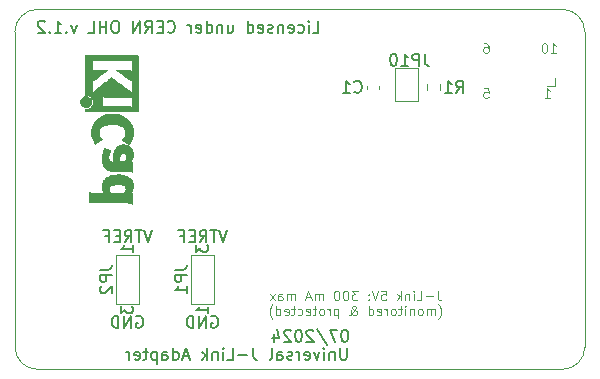
<source format=gbo>
G04 #@! TF.GenerationSoftware,KiCad,Pcbnew,7.0.10-7.0.10~ubuntu22.04.1*
G04 #@! TF.CreationDate,2025-03-20T21:46:33+01:00*
G04 #@! TF.ProjectId,jlink-tagConnect-adapter-v4,6a6c696e-6b2d-4746-9167-436f6e6e6563,rev?*
G04 #@! TF.SameCoordinates,Original*
G04 #@! TF.FileFunction,Legend,Bot*
G04 #@! TF.FilePolarity,Positive*
%FSLAX46Y46*%
G04 Gerber Fmt 4.6, Leading zero omitted, Abs format (unit mm)*
G04 Created by KiCad (PCBNEW 7.0.10-7.0.10~ubuntu22.04.1) date 2025-03-20 21:46:33*
%MOMM*%
%LPD*%
G01*
G04 APERTURE LIST*
%ADD10C,0.120000*%
%ADD11C,0.150000*%
%ADD12C,0.010000*%
G04 #@! TA.AperFunction,Profile*
%ADD13C,0.101600*%
G04 #@! TD*
G04 APERTURE END LIST*
D10*
X125316381Y-115251855D02*
X125316381Y-115823283D01*
X125316381Y-115823283D02*
X125354476Y-115937569D01*
X125354476Y-115937569D02*
X125430667Y-116013760D01*
X125430667Y-116013760D02*
X125544952Y-116051855D01*
X125544952Y-116051855D02*
X125621143Y-116051855D01*
X124935428Y-115747093D02*
X124325905Y-115747093D01*
X123564000Y-116051855D02*
X123944952Y-116051855D01*
X123944952Y-116051855D02*
X123944952Y-115251855D01*
X123297333Y-116051855D02*
X123297333Y-115518521D01*
X123297333Y-115251855D02*
X123335429Y-115289950D01*
X123335429Y-115289950D02*
X123297333Y-115328045D01*
X123297333Y-115328045D02*
X123259238Y-115289950D01*
X123259238Y-115289950D02*
X123297333Y-115251855D01*
X123297333Y-115251855D02*
X123297333Y-115328045D01*
X122916381Y-115518521D02*
X122916381Y-116051855D01*
X122916381Y-115594712D02*
X122878286Y-115556617D01*
X122878286Y-115556617D02*
X122802096Y-115518521D01*
X122802096Y-115518521D02*
X122687810Y-115518521D01*
X122687810Y-115518521D02*
X122611619Y-115556617D01*
X122611619Y-115556617D02*
X122573524Y-115632807D01*
X122573524Y-115632807D02*
X122573524Y-116051855D01*
X122192571Y-116051855D02*
X122192571Y-115251855D01*
X122116381Y-115747093D02*
X121887809Y-116051855D01*
X121887809Y-115518521D02*
X122192571Y-115823283D01*
X120554476Y-115251855D02*
X120935428Y-115251855D01*
X120935428Y-115251855D02*
X120973524Y-115632807D01*
X120973524Y-115632807D02*
X120935428Y-115594712D01*
X120935428Y-115594712D02*
X120859238Y-115556617D01*
X120859238Y-115556617D02*
X120668762Y-115556617D01*
X120668762Y-115556617D02*
X120592571Y-115594712D01*
X120592571Y-115594712D02*
X120554476Y-115632807D01*
X120554476Y-115632807D02*
X120516381Y-115708998D01*
X120516381Y-115708998D02*
X120516381Y-115899474D01*
X120516381Y-115899474D02*
X120554476Y-115975664D01*
X120554476Y-115975664D02*
X120592571Y-116013760D01*
X120592571Y-116013760D02*
X120668762Y-116051855D01*
X120668762Y-116051855D02*
X120859238Y-116051855D01*
X120859238Y-116051855D02*
X120935428Y-116013760D01*
X120935428Y-116013760D02*
X120973524Y-115975664D01*
X120287809Y-115251855D02*
X120021142Y-116051855D01*
X120021142Y-116051855D02*
X119754476Y-115251855D01*
X119487809Y-115975664D02*
X119449714Y-116013760D01*
X119449714Y-116013760D02*
X119487809Y-116051855D01*
X119487809Y-116051855D02*
X119525905Y-116013760D01*
X119525905Y-116013760D02*
X119487809Y-115975664D01*
X119487809Y-115975664D02*
X119487809Y-116051855D01*
X119487809Y-115556617D02*
X119449714Y-115594712D01*
X119449714Y-115594712D02*
X119487809Y-115632807D01*
X119487809Y-115632807D02*
X119525905Y-115594712D01*
X119525905Y-115594712D02*
X119487809Y-115556617D01*
X119487809Y-115556617D02*
X119487809Y-115632807D01*
X118573524Y-115251855D02*
X118078286Y-115251855D01*
X118078286Y-115251855D02*
X118344952Y-115556617D01*
X118344952Y-115556617D02*
X118230667Y-115556617D01*
X118230667Y-115556617D02*
X118154476Y-115594712D01*
X118154476Y-115594712D02*
X118116381Y-115632807D01*
X118116381Y-115632807D02*
X118078286Y-115708998D01*
X118078286Y-115708998D02*
X118078286Y-115899474D01*
X118078286Y-115899474D02*
X118116381Y-115975664D01*
X118116381Y-115975664D02*
X118154476Y-116013760D01*
X118154476Y-116013760D02*
X118230667Y-116051855D01*
X118230667Y-116051855D02*
X118459238Y-116051855D01*
X118459238Y-116051855D02*
X118535429Y-116013760D01*
X118535429Y-116013760D02*
X118573524Y-115975664D01*
X117583047Y-115251855D02*
X117506857Y-115251855D01*
X117506857Y-115251855D02*
X117430666Y-115289950D01*
X117430666Y-115289950D02*
X117392571Y-115328045D01*
X117392571Y-115328045D02*
X117354476Y-115404236D01*
X117354476Y-115404236D02*
X117316381Y-115556617D01*
X117316381Y-115556617D02*
X117316381Y-115747093D01*
X117316381Y-115747093D02*
X117354476Y-115899474D01*
X117354476Y-115899474D02*
X117392571Y-115975664D01*
X117392571Y-115975664D02*
X117430666Y-116013760D01*
X117430666Y-116013760D02*
X117506857Y-116051855D01*
X117506857Y-116051855D02*
X117583047Y-116051855D01*
X117583047Y-116051855D02*
X117659238Y-116013760D01*
X117659238Y-116013760D02*
X117697333Y-115975664D01*
X117697333Y-115975664D02*
X117735428Y-115899474D01*
X117735428Y-115899474D02*
X117773524Y-115747093D01*
X117773524Y-115747093D02*
X117773524Y-115556617D01*
X117773524Y-115556617D02*
X117735428Y-115404236D01*
X117735428Y-115404236D02*
X117697333Y-115328045D01*
X117697333Y-115328045D02*
X117659238Y-115289950D01*
X117659238Y-115289950D02*
X117583047Y-115251855D01*
X116821142Y-115251855D02*
X116744952Y-115251855D01*
X116744952Y-115251855D02*
X116668761Y-115289950D01*
X116668761Y-115289950D02*
X116630666Y-115328045D01*
X116630666Y-115328045D02*
X116592571Y-115404236D01*
X116592571Y-115404236D02*
X116554476Y-115556617D01*
X116554476Y-115556617D02*
X116554476Y-115747093D01*
X116554476Y-115747093D02*
X116592571Y-115899474D01*
X116592571Y-115899474D02*
X116630666Y-115975664D01*
X116630666Y-115975664D02*
X116668761Y-116013760D01*
X116668761Y-116013760D02*
X116744952Y-116051855D01*
X116744952Y-116051855D02*
X116821142Y-116051855D01*
X116821142Y-116051855D02*
X116897333Y-116013760D01*
X116897333Y-116013760D02*
X116935428Y-115975664D01*
X116935428Y-115975664D02*
X116973523Y-115899474D01*
X116973523Y-115899474D02*
X117011619Y-115747093D01*
X117011619Y-115747093D02*
X117011619Y-115556617D01*
X117011619Y-115556617D02*
X116973523Y-115404236D01*
X116973523Y-115404236D02*
X116935428Y-115328045D01*
X116935428Y-115328045D02*
X116897333Y-115289950D01*
X116897333Y-115289950D02*
X116821142Y-115251855D01*
X115602094Y-116051855D02*
X115602094Y-115518521D01*
X115602094Y-115594712D02*
X115563999Y-115556617D01*
X115563999Y-115556617D02*
X115487809Y-115518521D01*
X115487809Y-115518521D02*
X115373523Y-115518521D01*
X115373523Y-115518521D02*
X115297332Y-115556617D01*
X115297332Y-115556617D02*
X115259237Y-115632807D01*
X115259237Y-115632807D02*
X115259237Y-116051855D01*
X115259237Y-115632807D02*
X115221142Y-115556617D01*
X115221142Y-115556617D02*
X115144951Y-115518521D01*
X115144951Y-115518521D02*
X115030666Y-115518521D01*
X115030666Y-115518521D02*
X114954475Y-115556617D01*
X114954475Y-115556617D02*
X114916380Y-115632807D01*
X114916380Y-115632807D02*
X114916380Y-116051855D01*
X114573523Y-115823283D02*
X114192570Y-115823283D01*
X114649713Y-116051855D02*
X114383046Y-115251855D01*
X114383046Y-115251855D02*
X114116380Y-116051855D01*
X113240189Y-116051855D02*
X113240189Y-115518521D01*
X113240189Y-115594712D02*
X113202094Y-115556617D01*
X113202094Y-115556617D02*
X113125904Y-115518521D01*
X113125904Y-115518521D02*
X113011618Y-115518521D01*
X113011618Y-115518521D02*
X112935427Y-115556617D01*
X112935427Y-115556617D02*
X112897332Y-115632807D01*
X112897332Y-115632807D02*
X112897332Y-116051855D01*
X112897332Y-115632807D02*
X112859237Y-115556617D01*
X112859237Y-115556617D02*
X112783046Y-115518521D01*
X112783046Y-115518521D02*
X112668761Y-115518521D01*
X112668761Y-115518521D02*
X112592570Y-115556617D01*
X112592570Y-115556617D02*
X112554475Y-115632807D01*
X112554475Y-115632807D02*
X112554475Y-116051855D01*
X111830665Y-116051855D02*
X111830665Y-115632807D01*
X111830665Y-115632807D02*
X111868760Y-115556617D01*
X111868760Y-115556617D02*
X111944951Y-115518521D01*
X111944951Y-115518521D02*
X112097332Y-115518521D01*
X112097332Y-115518521D02*
X112173522Y-115556617D01*
X111830665Y-116013760D02*
X111906856Y-116051855D01*
X111906856Y-116051855D02*
X112097332Y-116051855D01*
X112097332Y-116051855D02*
X112173522Y-116013760D01*
X112173522Y-116013760D02*
X112211618Y-115937569D01*
X112211618Y-115937569D02*
X112211618Y-115861379D01*
X112211618Y-115861379D02*
X112173522Y-115785188D01*
X112173522Y-115785188D02*
X112097332Y-115747093D01*
X112097332Y-115747093D02*
X111906856Y-115747093D01*
X111906856Y-115747093D02*
X111830665Y-115708998D01*
X111525903Y-116051855D02*
X111106855Y-115518521D01*
X111525903Y-115518521D02*
X111106855Y-116051855D01*
X125392572Y-117644617D02*
X125430667Y-117606521D01*
X125430667Y-117606521D02*
X125506858Y-117492236D01*
X125506858Y-117492236D02*
X125544953Y-117416045D01*
X125544953Y-117416045D02*
X125583048Y-117301760D01*
X125583048Y-117301760D02*
X125621143Y-117111283D01*
X125621143Y-117111283D02*
X125621143Y-116958902D01*
X125621143Y-116958902D02*
X125583048Y-116768426D01*
X125583048Y-116768426D02*
X125544953Y-116654140D01*
X125544953Y-116654140D02*
X125506858Y-116577950D01*
X125506858Y-116577950D02*
X125430667Y-116463664D01*
X125430667Y-116463664D02*
X125392572Y-116425569D01*
X125087810Y-117339855D02*
X125087810Y-116806521D01*
X125087810Y-116882712D02*
X125049715Y-116844617D01*
X125049715Y-116844617D02*
X124973525Y-116806521D01*
X124973525Y-116806521D02*
X124859239Y-116806521D01*
X124859239Y-116806521D02*
X124783048Y-116844617D01*
X124783048Y-116844617D02*
X124744953Y-116920807D01*
X124744953Y-116920807D02*
X124744953Y-117339855D01*
X124744953Y-116920807D02*
X124706858Y-116844617D01*
X124706858Y-116844617D02*
X124630667Y-116806521D01*
X124630667Y-116806521D02*
X124516382Y-116806521D01*
X124516382Y-116806521D02*
X124440191Y-116844617D01*
X124440191Y-116844617D02*
X124402096Y-116920807D01*
X124402096Y-116920807D02*
X124402096Y-117339855D01*
X123906858Y-117339855D02*
X123983048Y-117301760D01*
X123983048Y-117301760D02*
X124021143Y-117263664D01*
X124021143Y-117263664D02*
X124059239Y-117187474D01*
X124059239Y-117187474D02*
X124059239Y-116958902D01*
X124059239Y-116958902D02*
X124021143Y-116882712D01*
X124021143Y-116882712D02*
X123983048Y-116844617D01*
X123983048Y-116844617D02*
X123906858Y-116806521D01*
X123906858Y-116806521D02*
X123792572Y-116806521D01*
X123792572Y-116806521D02*
X123716381Y-116844617D01*
X123716381Y-116844617D02*
X123678286Y-116882712D01*
X123678286Y-116882712D02*
X123640191Y-116958902D01*
X123640191Y-116958902D02*
X123640191Y-117187474D01*
X123640191Y-117187474D02*
X123678286Y-117263664D01*
X123678286Y-117263664D02*
X123716381Y-117301760D01*
X123716381Y-117301760D02*
X123792572Y-117339855D01*
X123792572Y-117339855D02*
X123906858Y-117339855D01*
X123297333Y-116806521D02*
X123297333Y-117339855D01*
X123297333Y-116882712D02*
X123259238Y-116844617D01*
X123259238Y-116844617D02*
X123183048Y-116806521D01*
X123183048Y-116806521D02*
X123068762Y-116806521D01*
X123068762Y-116806521D02*
X122992571Y-116844617D01*
X122992571Y-116844617D02*
X122954476Y-116920807D01*
X122954476Y-116920807D02*
X122954476Y-117339855D01*
X122573523Y-117339855D02*
X122573523Y-116806521D01*
X122573523Y-116539855D02*
X122611619Y-116577950D01*
X122611619Y-116577950D02*
X122573523Y-116616045D01*
X122573523Y-116616045D02*
X122535428Y-116577950D01*
X122535428Y-116577950D02*
X122573523Y-116539855D01*
X122573523Y-116539855D02*
X122573523Y-116616045D01*
X122306857Y-116806521D02*
X122002095Y-116806521D01*
X122192571Y-116539855D02*
X122192571Y-117225569D01*
X122192571Y-117225569D02*
X122154476Y-117301760D01*
X122154476Y-117301760D02*
X122078286Y-117339855D01*
X122078286Y-117339855D02*
X122002095Y-117339855D01*
X121621143Y-117339855D02*
X121697333Y-117301760D01*
X121697333Y-117301760D02*
X121735428Y-117263664D01*
X121735428Y-117263664D02*
X121773524Y-117187474D01*
X121773524Y-117187474D02*
X121773524Y-116958902D01*
X121773524Y-116958902D02*
X121735428Y-116882712D01*
X121735428Y-116882712D02*
X121697333Y-116844617D01*
X121697333Y-116844617D02*
X121621143Y-116806521D01*
X121621143Y-116806521D02*
X121506857Y-116806521D01*
X121506857Y-116806521D02*
X121430666Y-116844617D01*
X121430666Y-116844617D02*
X121392571Y-116882712D01*
X121392571Y-116882712D02*
X121354476Y-116958902D01*
X121354476Y-116958902D02*
X121354476Y-117187474D01*
X121354476Y-117187474D02*
X121392571Y-117263664D01*
X121392571Y-117263664D02*
X121430666Y-117301760D01*
X121430666Y-117301760D02*
X121506857Y-117339855D01*
X121506857Y-117339855D02*
X121621143Y-117339855D01*
X121011618Y-117339855D02*
X121011618Y-116806521D01*
X121011618Y-116958902D02*
X120973523Y-116882712D01*
X120973523Y-116882712D02*
X120935428Y-116844617D01*
X120935428Y-116844617D02*
X120859237Y-116806521D01*
X120859237Y-116806521D02*
X120783047Y-116806521D01*
X120211618Y-117301760D02*
X120287809Y-117339855D01*
X120287809Y-117339855D02*
X120440190Y-117339855D01*
X120440190Y-117339855D02*
X120516380Y-117301760D01*
X120516380Y-117301760D02*
X120554476Y-117225569D01*
X120554476Y-117225569D02*
X120554476Y-116920807D01*
X120554476Y-116920807D02*
X120516380Y-116844617D01*
X120516380Y-116844617D02*
X120440190Y-116806521D01*
X120440190Y-116806521D02*
X120287809Y-116806521D01*
X120287809Y-116806521D02*
X120211618Y-116844617D01*
X120211618Y-116844617D02*
X120173523Y-116920807D01*
X120173523Y-116920807D02*
X120173523Y-116996998D01*
X120173523Y-116996998D02*
X120554476Y-117073188D01*
X119487809Y-117339855D02*
X119487809Y-116539855D01*
X119487809Y-117301760D02*
X119564000Y-117339855D01*
X119564000Y-117339855D02*
X119716381Y-117339855D01*
X119716381Y-117339855D02*
X119792571Y-117301760D01*
X119792571Y-117301760D02*
X119830666Y-117263664D01*
X119830666Y-117263664D02*
X119868762Y-117187474D01*
X119868762Y-117187474D02*
X119868762Y-116958902D01*
X119868762Y-116958902D02*
X119830666Y-116882712D01*
X119830666Y-116882712D02*
X119792571Y-116844617D01*
X119792571Y-116844617D02*
X119716381Y-116806521D01*
X119716381Y-116806521D02*
X119564000Y-116806521D01*
X119564000Y-116806521D02*
X119487809Y-116844617D01*
X117849713Y-117339855D02*
X117887809Y-117339855D01*
X117887809Y-117339855D02*
X117963999Y-117301760D01*
X117963999Y-117301760D02*
X118078285Y-117187474D01*
X118078285Y-117187474D02*
X118268761Y-116958902D01*
X118268761Y-116958902D02*
X118344951Y-116844617D01*
X118344951Y-116844617D02*
X118383047Y-116730331D01*
X118383047Y-116730331D02*
X118383047Y-116654140D01*
X118383047Y-116654140D02*
X118344951Y-116577950D01*
X118344951Y-116577950D02*
X118268761Y-116539855D01*
X118268761Y-116539855D02*
X118230666Y-116539855D01*
X118230666Y-116539855D02*
X118154475Y-116577950D01*
X118154475Y-116577950D02*
X118116380Y-116654140D01*
X118116380Y-116654140D02*
X118116380Y-116692236D01*
X118116380Y-116692236D02*
X118154475Y-116768426D01*
X118154475Y-116768426D02*
X118192570Y-116806521D01*
X118192570Y-116806521D02*
X118421142Y-116958902D01*
X118421142Y-116958902D02*
X118459237Y-116996998D01*
X118459237Y-116996998D02*
X118497332Y-117073188D01*
X118497332Y-117073188D02*
X118497332Y-117187474D01*
X118497332Y-117187474D02*
X118459237Y-117263664D01*
X118459237Y-117263664D02*
X118421142Y-117301760D01*
X118421142Y-117301760D02*
X118344951Y-117339855D01*
X118344951Y-117339855D02*
X118230666Y-117339855D01*
X118230666Y-117339855D02*
X118154475Y-117301760D01*
X118154475Y-117301760D02*
X118116380Y-117263664D01*
X118116380Y-117263664D02*
X118002094Y-117111283D01*
X118002094Y-117111283D02*
X117963999Y-116996998D01*
X117963999Y-116996998D02*
X117963999Y-116920807D01*
X116897332Y-116806521D02*
X116897332Y-117606521D01*
X116897332Y-116844617D02*
X116821142Y-116806521D01*
X116821142Y-116806521D02*
X116668761Y-116806521D01*
X116668761Y-116806521D02*
X116592570Y-116844617D01*
X116592570Y-116844617D02*
X116554475Y-116882712D01*
X116554475Y-116882712D02*
X116516380Y-116958902D01*
X116516380Y-116958902D02*
X116516380Y-117187474D01*
X116516380Y-117187474D02*
X116554475Y-117263664D01*
X116554475Y-117263664D02*
X116592570Y-117301760D01*
X116592570Y-117301760D02*
X116668761Y-117339855D01*
X116668761Y-117339855D02*
X116821142Y-117339855D01*
X116821142Y-117339855D02*
X116897332Y-117301760D01*
X116173522Y-117339855D02*
X116173522Y-116806521D01*
X116173522Y-116958902D02*
X116135427Y-116882712D01*
X116135427Y-116882712D02*
X116097332Y-116844617D01*
X116097332Y-116844617D02*
X116021141Y-116806521D01*
X116021141Y-116806521D02*
X115944951Y-116806521D01*
X115563999Y-117339855D02*
X115640189Y-117301760D01*
X115640189Y-117301760D02*
X115678284Y-117263664D01*
X115678284Y-117263664D02*
X115716380Y-117187474D01*
X115716380Y-117187474D02*
X115716380Y-116958902D01*
X115716380Y-116958902D02*
X115678284Y-116882712D01*
X115678284Y-116882712D02*
X115640189Y-116844617D01*
X115640189Y-116844617D02*
X115563999Y-116806521D01*
X115563999Y-116806521D02*
X115449713Y-116806521D01*
X115449713Y-116806521D02*
X115373522Y-116844617D01*
X115373522Y-116844617D02*
X115335427Y-116882712D01*
X115335427Y-116882712D02*
X115297332Y-116958902D01*
X115297332Y-116958902D02*
X115297332Y-117187474D01*
X115297332Y-117187474D02*
X115335427Y-117263664D01*
X115335427Y-117263664D02*
X115373522Y-117301760D01*
X115373522Y-117301760D02*
X115449713Y-117339855D01*
X115449713Y-117339855D02*
X115563999Y-117339855D01*
X115068760Y-116806521D02*
X114763998Y-116806521D01*
X114954474Y-116539855D02*
X114954474Y-117225569D01*
X114954474Y-117225569D02*
X114916379Y-117301760D01*
X114916379Y-117301760D02*
X114840189Y-117339855D01*
X114840189Y-117339855D02*
X114763998Y-117339855D01*
X114192569Y-117301760D02*
X114268760Y-117339855D01*
X114268760Y-117339855D02*
X114421141Y-117339855D01*
X114421141Y-117339855D02*
X114497331Y-117301760D01*
X114497331Y-117301760D02*
X114535427Y-117225569D01*
X114535427Y-117225569D02*
X114535427Y-116920807D01*
X114535427Y-116920807D02*
X114497331Y-116844617D01*
X114497331Y-116844617D02*
X114421141Y-116806521D01*
X114421141Y-116806521D02*
X114268760Y-116806521D01*
X114268760Y-116806521D02*
X114192569Y-116844617D01*
X114192569Y-116844617D02*
X114154474Y-116920807D01*
X114154474Y-116920807D02*
X114154474Y-116996998D01*
X114154474Y-116996998D02*
X114535427Y-117073188D01*
X113468760Y-117301760D02*
X113544951Y-117339855D01*
X113544951Y-117339855D02*
X113697332Y-117339855D01*
X113697332Y-117339855D02*
X113773522Y-117301760D01*
X113773522Y-117301760D02*
X113811617Y-117263664D01*
X113811617Y-117263664D02*
X113849713Y-117187474D01*
X113849713Y-117187474D02*
X113849713Y-116958902D01*
X113849713Y-116958902D02*
X113811617Y-116882712D01*
X113811617Y-116882712D02*
X113773522Y-116844617D01*
X113773522Y-116844617D02*
X113697332Y-116806521D01*
X113697332Y-116806521D02*
X113544951Y-116806521D01*
X113544951Y-116806521D02*
X113468760Y-116844617D01*
X113240189Y-116806521D02*
X112935427Y-116806521D01*
X113125903Y-116539855D02*
X113125903Y-117225569D01*
X113125903Y-117225569D02*
X113087808Y-117301760D01*
X113087808Y-117301760D02*
X113011618Y-117339855D01*
X113011618Y-117339855D02*
X112935427Y-117339855D01*
X112363998Y-117301760D02*
X112440189Y-117339855D01*
X112440189Y-117339855D02*
X112592570Y-117339855D01*
X112592570Y-117339855D02*
X112668760Y-117301760D01*
X112668760Y-117301760D02*
X112706856Y-117225569D01*
X112706856Y-117225569D02*
X112706856Y-116920807D01*
X112706856Y-116920807D02*
X112668760Y-116844617D01*
X112668760Y-116844617D02*
X112592570Y-116806521D01*
X112592570Y-116806521D02*
X112440189Y-116806521D01*
X112440189Y-116806521D02*
X112363998Y-116844617D01*
X112363998Y-116844617D02*
X112325903Y-116920807D01*
X112325903Y-116920807D02*
X112325903Y-116996998D01*
X112325903Y-116996998D02*
X112706856Y-117073188D01*
X111640189Y-117339855D02*
X111640189Y-116539855D01*
X111640189Y-117301760D02*
X111716380Y-117339855D01*
X111716380Y-117339855D02*
X111868761Y-117339855D01*
X111868761Y-117339855D02*
X111944951Y-117301760D01*
X111944951Y-117301760D02*
X111983046Y-117263664D01*
X111983046Y-117263664D02*
X112021142Y-117187474D01*
X112021142Y-117187474D02*
X112021142Y-116958902D01*
X112021142Y-116958902D02*
X111983046Y-116882712D01*
X111983046Y-116882712D02*
X111944951Y-116844617D01*
X111944951Y-116844617D02*
X111868761Y-116806521D01*
X111868761Y-116806521D02*
X111716380Y-116806521D01*
X111716380Y-116806521D02*
X111640189Y-116844617D01*
X111335427Y-117644617D02*
X111297332Y-117606521D01*
X111297332Y-117606521D02*
X111221141Y-117492236D01*
X111221141Y-117492236D02*
X111183046Y-117416045D01*
X111183046Y-117416045D02*
X111144951Y-117301760D01*
X111144951Y-117301760D02*
X111106855Y-117111283D01*
X111106855Y-117111283D02*
X111106855Y-116958902D01*
X111106855Y-116958902D02*
X111144951Y-116768426D01*
X111144951Y-116768426D02*
X111183046Y-116654140D01*
X111183046Y-116654140D02*
X111221141Y-116577950D01*
X111221141Y-116577950D02*
X111297332Y-116463664D01*
X111297332Y-116463664D02*
X111335427Y-116425569D01*
X134391428Y-98915855D02*
X134848571Y-98915855D01*
X134619999Y-98915855D02*
X134619999Y-98115855D01*
X134619999Y-98115855D02*
X134696190Y-98230140D01*
X134696190Y-98230140D02*
X134772380Y-98306331D01*
X134772380Y-98306331D02*
X134848571Y-98344426D01*
X129260618Y-94305855D02*
X129412999Y-94305855D01*
X129412999Y-94305855D02*
X129489190Y-94343950D01*
X129489190Y-94343950D02*
X129527285Y-94382045D01*
X129527285Y-94382045D02*
X129603475Y-94496331D01*
X129603475Y-94496331D02*
X129641571Y-94648712D01*
X129641571Y-94648712D02*
X129641571Y-94953474D01*
X129641571Y-94953474D02*
X129603475Y-95029664D01*
X129603475Y-95029664D02*
X129565380Y-95067760D01*
X129565380Y-95067760D02*
X129489190Y-95105855D01*
X129489190Y-95105855D02*
X129336809Y-95105855D01*
X129336809Y-95105855D02*
X129260618Y-95067760D01*
X129260618Y-95067760D02*
X129222523Y-95029664D01*
X129222523Y-95029664D02*
X129184428Y-94953474D01*
X129184428Y-94953474D02*
X129184428Y-94762998D01*
X129184428Y-94762998D02*
X129222523Y-94686807D01*
X129222523Y-94686807D02*
X129260618Y-94648712D01*
X129260618Y-94648712D02*
X129336809Y-94610617D01*
X129336809Y-94610617D02*
X129489190Y-94610617D01*
X129489190Y-94610617D02*
X129565380Y-94648712D01*
X129565380Y-94648712D02*
X129603475Y-94686807D01*
X129603475Y-94686807D02*
X129641571Y-94762998D01*
X134899381Y-95105855D02*
X135356524Y-95105855D01*
X135127952Y-95105855D02*
X135127952Y-94305855D01*
X135127952Y-94305855D02*
X135204143Y-94420140D01*
X135204143Y-94420140D02*
X135280333Y-94496331D01*
X135280333Y-94496331D02*
X135356524Y-94534426D01*
X134404142Y-94305855D02*
X134327952Y-94305855D01*
X134327952Y-94305855D02*
X134251761Y-94343950D01*
X134251761Y-94343950D02*
X134213666Y-94382045D01*
X134213666Y-94382045D02*
X134175571Y-94458236D01*
X134175571Y-94458236D02*
X134137476Y-94610617D01*
X134137476Y-94610617D02*
X134137476Y-94801093D01*
X134137476Y-94801093D02*
X134175571Y-94953474D01*
X134175571Y-94953474D02*
X134213666Y-95029664D01*
X134213666Y-95029664D02*
X134251761Y-95067760D01*
X134251761Y-95067760D02*
X134327952Y-95105855D01*
X134327952Y-95105855D02*
X134404142Y-95105855D01*
X134404142Y-95105855D02*
X134480333Y-95067760D01*
X134480333Y-95067760D02*
X134518428Y-95029664D01*
X134518428Y-95029664D02*
X134556523Y-94953474D01*
X134556523Y-94953474D02*
X134594619Y-94801093D01*
X134594619Y-94801093D02*
X134594619Y-94610617D01*
X134594619Y-94610617D02*
X134556523Y-94458236D01*
X134556523Y-94458236D02*
X134518428Y-94382045D01*
X134518428Y-94382045D02*
X134480333Y-94343950D01*
X134480333Y-94343950D02*
X134404142Y-94305855D01*
D11*
X117646220Y-120104819D02*
X117646220Y-120914342D01*
X117646220Y-120914342D02*
X117598601Y-121009580D01*
X117598601Y-121009580D02*
X117550982Y-121057200D01*
X117550982Y-121057200D02*
X117455744Y-121104819D01*
X117455744Y-121104819D02*
X117265268Y-121104819D01*
X117265268Y-121104819D02*
X117170030Y-121057200D01*
X117170030Y-121057200D02*
X117122411Y-121009580D01*
X117122411Y-121009580D02*
X117074792Y-120914342D01*
X117074792Y-120914342D02*
X117074792Y-120104819D01*
X116598601Y-120438152D02*
X116598601Y-121104819D01*
X116598601Y-120533390D02*
X116550982Y-120485771D01*
X116550982Y-120485771D02*
X116455744Y-120438152D01*
X116455744Y-120438152D02*
X116312887Y-120438152D01*
X116312887Y-120438152D02*
X116217649Y-120485771D01*
X116217649Y-120485771D02*
X116170030Y-120581009D01*
X116170030Y-120581009D02*
X116170030Y-121104819D01*
X115693839Y-121104819D02*
X115693839Y-120438152D01*
X115693839Y-120104819D02*
X115741458Y-120152438D01*
X115741458Y-120152438D02*
X115693839Y-120200057D01*
X115693839Y-120200057D02*
X115646220Y-120152438D01*
X115646220Y-120152438D02*
X115693839Y-120104819D01*
X115693839Y-120104819D02*
X115693839Y-120200057D01*
X115312887Y-120438152D02*
X115074792Y-121104819D01*
X115074792Y-121104819D02*
X114836697Y-120438152D01*
X114074792Y-121057200D02*
X114170030Y-121104819D01*
X114170030Y-121104819D02*
X114360506Y-121104819D01*
X114360506Y-121104819D02*
X114455744Y-121057200D01*
X114455744Y-121057200D02*
X114503363Y-120961961D01*
X114503363Y-120961961D02*
X114503363Y-120581009D01*
X114503363Y-120581009D02*
X114455744Y-120485771D01*
X114455744Y-120485771D02*
X114360506Y-120438152D01*
X114360506Y-120438152D02*
X114170030Y-120438152D01*
X114170030Y-120438152D02*
X114074792Y-120485771D01*
X114074792Y-120485771D02*
X114027173Y-120581009D01*
X114027173Y-120581009D02*
X114027173Y-120676247D01*
X114027173Y-120676247D02*
X114503363Y-120771485D01*
X113598601Y-121104819D02*
X113598601Y-120438152D01*
X113598601Y-120628628D02*
X113550982Y-120533390D01*
X113550982Y-120533390D02*
X113503363Y-120485771D01*
X113503363Y-120485771D02*
X113408125Y-120438152D01*
X113408125Y-120438152D02*
X113312887Y-120438152D01*
X113027172Y-121057200D02*
X112931934Y-121104819D01*
X112931934Y-121104819D02*
X112741458Y-121104819D01*
X112741458Y-121104819D02*
X112646220Y-121057200D01*
X112646220Y-121057200D02*
X112598601Y-120961961D01*
X112598601Y-120961961D02*
X112598601Y-120914342D01*
X112598601Y-120914342D02*
X112646220Y-120819104D01*
X112646220Y-120819104D02*
X112741458Y-120771485D01*
X112741458Y-120771485D02*
X112884315Y-120771485D01*
X112884315Y-120771485D02*
X112979553Y-120723866D01*
X112979553Y-120723866D02*
X113027172Y-120628628D01*
X113027172Y-120628628D02*
X113027172Y-120581009D01*
X113027172Y-120581009D02*
X112979553Y-120485771D01*
X112979553Y-120485771D02*
X112884315Y-120438152D01*
X112884315Y-120438152D02*
X112741458Y-120438152D01*
X112741458Y-120438152D02*
X112646220Y-120485771D01*
X111741458Y-121104819D02*
X111741458Y-120581009D01*
X111741458Y-120581009D02*
X111789077Y-120485771D01*
X111789077Y-120485771D02*
X111884315Y-120438152D01*
X111884315Y-120438152D02*
X112074791Y-120438152D01*
X112074791Y-120438152D02*
X112170029Y-120485771D01*
X111741458Y-121057200D02*
X111836696Y-121104819D01*
X111836696Y-121104819D02*
X112074791Y-121104819D01*
X112074791Y-121104819D02*
X112170029Y-121057200D01*
X112170029Y-121057200D02*
X112217648Y-120961961D01*
X112217648Y-120961961D02*
X112217648Y-120866723D01*
X112217648Y-120866723D02*
X112170029Y-120771485D01*
X112170029Y-120771485D02*
X112074791Y-120723866D01*
X112074791Y-120723866D02*
X111836696Y-120723866D01*
X111836696Y-120723866D02*
X111741458Y-120676247D01*
X111122410Y-121104819D02*
X111217648Y-121057200D01*
X111217648Y-121057200D02*
X111265267Y-120961961D01*
X111265267Y-120961961D02*
X111265267Y-120104819D01*
X109693838Y-120104819D02*
X109693838Y-120819104D01*
X109693838Y-120819104D02*
X109741457Y-120961961D01*
X109741457Y-120961961D02*
X109836695Y-121057200D01*
X109836695Y-121057200D02*
X109979552Y-121104819D01*
X109979552Y-121104819D02*
X110074790Y-121104819D01*
X109217647Y-120723866D02*
X108455743Y-120723866D01*
X107503362Y-121104819D02*
X107979552Y-121104819D01*
X107979552Y-121104819D02*
X107979552Y-120104819D01*
X107170028Y-121104819D02*
X107170028Y-120438152D01*
X107170028Y-120104819D02*
X107217647Y-120152438D01*
X107217647Y-120152438D02*
X107170028Y-120200057D01*
X107170028Y-120200057D02*
X107122409Y-120152438D01*
X107122409Y-120152438D02*
X107170028Y-120104819D01*
X107170028Y-120104819D02*
X107170028Y-120200057D01*
X106693838Y-120438152D02*
X106693838Y-121104819D01*
X106693838Y-120533390D02*
X106646219Y-120485771D01*
X106646219Y-120485771D02*
X106550981Y-120438152D01*
X106550981Y-120438152D02*
X106408124Y-120438152D01*
X106408124Y-120438152D02*
X106312886Y-120485771D01*
X106312886Y-120485771D02*
X106265267Y-120581009D01*
X106265267Y-120581009D02*
X106265267Y-121104819D01*
X105789076Y-121104819D02*
X105789076Y-120104819D01*
X105693838Y-120723866D02*
X105408124Y-121104819D01*
X105408124Y-120438152D02*
X105789076Y-120819104D01*
X104265266Y-120819104D02*
X103789076Y-120819104D01*
X104360504Y-121104819D02*
X104027171Y-120104819D01*
X104027171Y-120104819D02*
X103693838Y-121104819D01*
X102931933Y-121104819D02*
X102931933Y-120104819D01*
X102931933Y-121057200D02*
X103027171Y-121104819D01*
X103027171Y-121104819D02*
X103217647Y-121104819D01*
X103217647Y-121104819D02*
X103312885Y-121057200D01*
X103312885Y-121057200D02*
X103360504Y-121009580D01*
X103360504Y-121009580D02*
X103408123Y-120914342D01*
X103408123Y-120914342D02*
X103408123Y-120628628D01*
X103408123Y-120628628D02*
X103360504Y-120533390D01*
X103360504Y-120533390D02*
X103312885Y-120485771D01*
X103312885Y-120485771D02*
X103217647Y-120438152D01*
X103217647Y-120438152D02*
X103027171Y-120438152D01*
X103027171Y-120438152D02*
X102931933Y-120485771D01*
X102027171Y-121104819D02*
X102027171Y-120581009D01*
X102027171Y-120581009D02*
X102074790Y-120485771D01*
X102074790Y-120485771D02*
X102170028Y-120438152D01*
X102170028Y-120438152D02*
X102360504Y-120438152D01*
X102360504Y-120438152D02*
X102455742Y-120485771D01*
X102027171Y-121057200D02*
X102122409Y-121104819D01*
X102122409Y-121104819D02*
X102360504Y-121104819D01*
X102360504Y-121104819D02*
X102455742Y-121057200D01*
X102455742Y-121057200D02*
X102503361Y-120961961D01*
X102503361Y-120961961D02*
X102503361Y-120866723D01*
X102503361Y-120866723D02*
X102455742Y-120771485D01*
X102455742Y-120771485D02*
X102360504Y-120723866D01*
X102360504Y-120723866D02*
X102122409Y-120723866D01*
X102122409Y-120723866D02*
X102027171Y-120676247D01*
X101550980Y-120438152D02*
X101550980Y-121438152D01*
X101550980Y-120485771D02*
X101455742Y-120438152D01*
X101455742Y-120438152D02*
X101265266Y-120438152D01*
X101265266Y-120438152D02*
X101170028Y-120485771D01*
X101170028Y-120485771D02*
X101122409Y-120533390D01*
X101122409Y-120533390D02*
X101074790Y-120628628D01*
X101074790Y-120628628D02*
X101074790Y-120914342D01*
X101074790Y-120914342D02*
X101122409Y-121009580D01*
X101122409Y-121009580D02*
X101170028Y-121057200D01*
X101170028Y-121057200D02*
X101265266Y-121104819D01*
X101265266Y-121104819D02*
X101455742Y-121104819D01*
X101455742Y-121104819D02*
X101550980Y-121057200D01*
X100789075Y-120438152D02*
X100408123Y-120438152D01*
X100646218Y-120104819D02*
X100646218Y-120961961D01*
X100646218Y-120961961D02*
X100598599Y-121057200D01*
X100598599Y-121057200D02*
X100503361Y-121104819D01*
X100503361Y-121104819D02*
X100408123Y-121104819D01*
X99693837Y-121057200D02*
X99789075Y-121104819D01*
X99789075Y-121104819D02*
X99979551Y-121104819D01*
X99979551Y-121104819D02*
X100074789Y-121057200D01*
X100074789Y-121057200D02*
X100122408Y-120961961D01*
X100122408Y-120961961D02*
X100122408Y-120581009D01*
X100122408Y-120581009D02*
X100074789Y-120485771D01*
X100074789Y-120485771D02*
X99979551Y-120438152D01*
X99979551Y-120438152D02*
X99789075Y-120438152D01*
X99789075Y-120438152D02*
X99693837Y-120485771D01*
X99693837Y-120485771D02*
X99646218Y-120581009D01*
X99646218Y-120581009D02*
X99646218Y-120676247D01*
X99646218Y-120676247D02*
X100122408Y-120771485D01*
X99217646Y-121104819D02*
X99217646Y-120438152D01*
X99217646Y-120628628D02*
X99170027Y-120533390D01*
X99170027Y-120533390D02*
X99122408Y-120485771D01*
X99122408Y-120485771D02*
X99027170Y-120438152D01*
X99027170Y-120438152D02*
X98931932Y-120438152D01*
D10*
X129222523Y-98115855D02*
X129603475Y-98115855D01*
X129603475Y-98115855D02*
X129641571Y-98496807D01*
X129641571Y-98496807D02*
X129603475Y-98458712D01*
X129603475Y-98458712D02*
X129527285Y-98420617D01*
X129527285Y-98420617D02*
X129336809Y-98420617D01*
X129336809Y-98420617D02*
X129260618Y-98458712D01*
X129260618Y-98458712D02*
X129222523Y-98496807D01*
X129222523Y-98496807D02*
X129184428Y-98572998D01*
X129184428Y-98572998D02*
X129184428Y-98763474D01*
X129184428Y-98763474D02*
X129222523Y-98839664D01*
X129222523Y-98839664D02*
X129260618Y-98877760D01*
X129260618Y-98877760D02*
X129336809Y-98915855D01*
X129336809Y-98915855D02*
X129527285Y-98915855D01*
X129527285Y-98915855D02*
X129603475Y-98877760D01*
X129603475Y-98877760D02*
X129641571Y-98839664D01*
D11*
X114758953Y-93418819D02*
X115235143Y-93418819D01*
X115235143Y-93418819D02*
X115235143Y-92418819D01*
X114425619Y-93418819D02*
X114425619Y-92752152D01*
X114425619Y-92418819D02*
X114473238Y-92466438D01*
X114473238Y-92466438D02*
X114425619Y-92514057D01*
X114425619Y-92514057D02*
X114378000Y-92466438D01*
X114378000Y-92466438D02*
X114425619Y-92418819D01*
X114425619Y-92418819D02*
X114425619Y-92514057D01*
X113520858Y-93371200D02*
X113616096Y-93418819D01*
X113616096Y-93418819D02*
X113806572Y-93418819D01*
X113806572Y-93418819D02*
X113901810Y-93371200D01*
X113901810Y-93371200D02*
X113949429Y-93323580D01*
X113949429Y-93323580D02*
X113997048Y-93228342D01*
X113997048Y-93228342D02*
X113997048Y-92942628D01*
X113997048Y-92942628D02*
X113949429Y-92847390D01*
X113949429Y-92847390D02*
X113901810Y-92799771D01*
X113901810Y-92799771D02*
X113806572Y-92752152D01*
X113806572Y-92752152D02*
X113616096Y-92752152D01*
X113616096Y-92752152D02*
X113520858Y-92799771D01*
X112711334Y-93371200D02*
X112806572Y-93418819D01*
X112806572Y-93418819D02*
X112997048Y-93418819D01*
X112997048Y-93418819D02*
X113092286Y-93371200D01*
X113092286Y-93371200D02*
X113139905Y-93275961D01*
X113139905Y-93275961D02*
X113139905Y-92895009D01*
X113139905Y-92895009D02*
X113092286Y-92799771D01*
X113092286Y-92799771D02*
X112997048Y-92752152D01*
X112997048Y-92752152D02*
X112806572Y-92752152D01*
X112806572Y-92752152D02*
X112711334Y-92799771D01*
X112711334Y-92799771D02*
X112663715Y-92895009D01*
X112663715Y-92895009D02*
X112663715Y-92990247D01*
X112663715Y-92990247D02*
X113139905Y-93085485D01*
X112235143Y-92752152D02*
X112235143Y-93418819D01*
X112235143Y-92847390D02*
X112187524Y-92799771D01*
X112187524Y-92799771D02*
X112092286Y-92752152D01*
X112092286Y-92752152D02*
X111949429Y-92752152D01*
X111949429Y-92752152D02*
X111854191Y-92799771D01*
X111854191Y-92799771D02*
X111806572Y-92895009D01*
X111806572Y-92895009D02*
X111806572Y-93418819D01*
X111378000Y-93371200D02*
X111282762Y-93418819D01*
X111282762Y-93418819D02*
X111092286Y-93418819D01*
X111092286Y-93418819D02*
X110997048Y-93371200D01*
X110997048Y-93371200D02*
X110949429Y-93275961D01*
X110949429Y-93275961D02*
X110949429Y-93228342D01*
X110949429Y-93228342D02*
X110997048Y-93133104D01*
X110997048Y-93133104D02*
X111092286Y-93085485D01*
X111092286Y-93085485D02*
X111235143Y-93085485D01*
X111235143Y-93085485D02*
X111330381Y-93037866D01*
X111330381Y-93037866D02*
X111378000Y-92942628D01*
X111378000Y-92942628D02*
X111378000Y-92895009D01*
X111378000Y-92895009D02*
X111330381Y-92799771D01*
X111330381Y-92799771D02*
X111235143Y-92752152D01*
X111235143Y-92752152D02*
X111092286Y-92752152D01*
X111092286Y-92752152D02*
X110997048Y-92799771D01*
X110139905Y-93371200D02*
X110235143Y-93418819D01*
X110235143Y-93418819D02*
X110425619Y-93418819D01*
X110425619Y-93418819D02*
X110520857Y-93371200D01*
X110520857Y-93371200D02*
X110568476Y-93275961D01*
X110568476Y-93275961D02*
X110568476Y-92895009D01*
X110568476Y-92895009D02*
X110520857Y-92799771D01*
X110520857Y-92799771D02*
X110425619Y-92752152D01*
X110425619Y-92752152D02*
X110235143Y-92752152D01*
X110235143Y-92752152D02*
X110139905Y-92799771D01*
X110139905Y-92799771D02*
X110092286Y-92895009D01*
X110092286Y-92895009D02*
X110092286Y-92990247D01*
X110092286Y-92990247D02*
X110568476Y-93085485D01*
X109235143Y-93418819D02*
X109235143Y-92418819D01*
X109235143Y-93371200D02*
X109330381Y-93418819D01*
X109330381Y-93418819D02*
X109520857Y-93418819D01*
X109520857Y-93418819D02*
X109616095Y-93371200D01*
X109616095Y-93371200D02*
X109663714Y-93323580D01*
X109663714Y-93323580D02*
X109711333Y-93228342D01*
X109711333Y-93228342D02*
X109711333Y-92942628D01*
X109711333Y-92942628D02*
X109663714Y-92847390D01*
X109663714Y-92847390D02*
X109616095Y-92799771D01*
X109616095Y-92799771D02*
X109520857Y-92752152D01*
X109520857Y-92752152D02*
X109330381Y-92752152D01*
X109330381Y-92752152D02*
X109235143Y-92799771D01*
X107568476Y-92752152D02*
X107568476Y-93418819D01*
X107997047Y-92752152D02*
X107997047Y-93275961D01*
X107997047Y-93275961D02*
X107949428Y-93371200D01*
X107949428Y-93371200D02*
X107854190Y-93418819D01*
X107854190Y-93418819D02*
X107711333Y-93418819D01*
X107711333Y-93418819D02*
X107616095Y-93371200D01*
X107616095Y-93371200D02*
X107568476Y-93323580D01*
X107092285Y-92752152D02*
X107092285Y-93418819D01*
X107092285Y-92847390D02*
X107044666Y-92799771D01*
X107044666Y-92799771D02*
X106949428Y-92752152D01*
X106949428Y-92752152D02*
X106806571Y-92752152D01*
X106806571Y-92752152D02*
X106711333Y-92799771D01*
X106711333Y-92799771D02*
X106663714Y-92895009D01*
X106663714Y-92895009D02*
X106663714Y-93418819D01*
X105758952Y-93418819D02*
X105758952Y-92418819D01*
X105758952Y-93371200D02*
X105854190Y-93418819D01*
X105854190Y-93418819D02*
X106044666Y-93418819D01*
X106044666Y-93418819D02*
X106139904Y-93371200D01*
X106139904Y-93371200D02*
X106187523Y-93323580D01*
X106187523Y-93323580D02*
X106235142Y-93228342D01*
X106235142Y-93228342D02*
X106235142Y-92942628D01*
X106235142Y-92942628D02*
X106187523Y-92847390D01*
X106187523Y-92847390D02*
X106139904Y-92799771D01*
X106139904Y-92799771D02*
X106044666Y-92752152D01*
X106044666Y-92752152D02*
X105854190Y-92752152D01*
X105854190Y-92752152D02*
X105758952Y-92799771D01*
X104901809Y-93371200D02*
X104997047Y-93418819D01*
X104997047Y-93418819D02*
X105187523Y-93418819D01*
X105187523Y-93418819D02*
X105282761Y-93371200D01*
X105282761Y-93371200D02*
X105330380Y-93275961D01*
X105330380Y-93275961D02*
X105330380Y-92895009D01*
X105330380Y-92895009D02*
X105282761Y-92799771D01*
X105282761Y-92799771D02*
X105187523Y-92752152D01*
X105187523Y-92752152D02*
X104997047Y-92752152D01*
X104997047Y-92752152D02*
X104901809Y-92799771D01*
X104901809Y-92799771D02*
X104854190Y-92895009D01*
X104854190Y-92895009D02*
X104854190Y-92990247D01*
X104854190Y-92990247D02*
X105330380Y-93085485D01*
X104425618Y-93418819D02*
X104425618Y-92752152D01*
X104425618Y-92942628D02*
X104377999Y-92847390D01*
X104377999Y-92847390D02*
X104330380Y-92799771D01*
X104330380Y-92799771D02*
X104235142Y-92752152D01*
X104235142Y-92752152D02*
X104139904Y-92752152D01*
X102473237Y-93323580D02*
X102520856Y-93371200D01*
X102520856Y-93371200D02*
X102663713Y-93418819D01*
X102663713Y-93418819D02*
X102758951Y-93418819D01*
X102758951Y-93418819D02*
X102901808Y-93371200D01*
X102901808Y-93371200D02*
X102997046Y-93275961D01*
X102997046Y-93275961D02*
X103044665Y-93180723D01*
X103044665Y-93180723D02*
X103092284Y-92990247D01*
X103092284Y-92990247D02*
X103092284Y-92847390D01*
X103092284Y-92847390D02*
X103044665Y-92656914D01*
X103044665Y-92656914D02*
X102997046Y-92561676D01*
X102997046Y-92561676D02*
X102901808Y-92466438D01*
X102901808Y-92466438D02*
X102758951Y-92418819D01*
X102758951Y-92418819D02*
X102663713Y-92418819D01*
X102663713Y-92418819D02*
X102520856Y-92466438D01*
X102520856Y-92466438D02*
X102473237Y-92514057D01*
X102044665Y-92895009D02*
X101711332Y-92895009D01*
X101568475Y-93418819D02*
X102044665Y-93418819D01*
X102044665Y-93418819D02*
X102044665Y-92418819D01*
X102044665Y-92418819D02*
X101568475Y-92418819D01*
X100568475Y-93418819D02*
X100901808Y-92942628D01*
X101139903Y-93418819D02*
X101139903Y-92418819D01*
X101139903Y-92418819D02*
X100758951Y-92418819D01*
X100758951Y-92418819D02*
X100663713Y-92466438D01*
X100663713Y-92466438D02*
X100616094Y-92514057D01*
X100616094Y-92514057D02*
X100568475Y-92609295D01*
X100568475Y-92609295D02*
X100568475Y-92752152D01*
X100568475Y-92752152D02*
X100616094Y-92847390D01*
X100616094Y-92847390D02*
X100663713Y-92895009D01*
X100663713Y-92895009D02*
X100758951Y-92942628D01*
X100758951Y-92942628D02*
X101139903Y-92942628D01*
X100139903Y-93418819D02*
X100139903Y-92418819D01*
X100139903Y-92418819D02*
X99568475Y-93418819D01*
X99568475Y-93418819D02*
X99568475Y-92418819D01*
X98139903Y-92418819D02*
X97949427Y-92418819D01*
X97949427Y-92418819D02*
X97854189Y-92466438D01*
X97854189Y-92466438D02*
X97758951Y-92561676D01*
X97758951Y-92561676D02*
X97711332Y-92752152D01*
X97711332Y-92752152D02*
X97711332Y-93085485D01*
X97711332Y-93085485D02*
X97758951Y-93275961D01*
X97758951Y-93275961D02*
X97854189Y-93371200D01*
X97854189Y-93371200D02*
X97949427Y-93418819D01*
X97949427Y-93418819D02*
X98139903Y-93418819D01*
X98139903Y-93418819D02*
X98235141Y-93371200D01*
X98235141Y-93371200D02*
X98330379Y-93275961D01*
X98330379Y-93275961D02*
X98377998Y-93085485D01*
X98377998Y-93085485D02*
X98377998Y-92752152D01*
X98377998Y-92752152D02*
X98330379Y-92561676D01*
X98330379Y-92561676D02*
X98235141Y-92466438D01*
X98235141Y-92466438D02*
X98139903Y-92418819D01*
X97282760Y-93418819D02*
X97282760Y-92418819D01*
X97282760Y-92895009D02*
X96711332Y-92895009D01*
X96711332Y-93418819D02*
X96711332Y-92418819D01*
X95758951Y-93418819D02*
X96235141Y-93418819D01*
X96235141Y-93418819D02*
X96235141Y-92418819D01*
X94758950Y-92752152D02*
X94520855Y-93418819D01*
X94520855Y-93418819D02*
X94282760Y-92752152D01*
X93901807Y-93323580D02*
X93854188Y-93371200D01*
X93854188Y-93371200D02*
X93901807Y-93418819D01*
X93901807Y-93418819D02*
X93949426Y-93371200D01*
X93949426Y-93371200D02*
X93901807Y-93323580D01*
X93901807Y-93323580D02*
X93901807Y-93418819D01*
X92901808Y-93418819D02*
X93473236Y-93418819D01*
X93187522Y-93418819D02*
X93187522Y-92418819D01*
X93187522Y-92418819D02*
X93282760Y-92561676D01*
X93282760Y-92561676D02*
X93377998Y-92656914D01*
X93377998Y-92656914D02*
X93473236Y-92704533D01*
X92473236Y-93323580D02*
X92425617Y-93371200D01*
X92425617Y-93371200D02*
X92473236Y-93418819D01*
X92473236Y-93418819D02*
X92520855Y-93371200D01*
X92520855Y-93371200D02*
X92473236Y-93323580D01*
X92473236Y-93323580D02*
X92473236Y-93418819D01*
X92044665Y-92514057D02*
X91997046Y-92466438D01*
X91997046Y-92466438D02*
X91901808Y-92418819D01*
X91901808Y-92418819D02*
X91663713Y-92418819D01*
X91663713Y-92418819D02*
X91568475Y-92466438D01*
X91568475Y-92466438D02*
X91520856Y-92514057D01*
X91520856Y-92514057D02*
X91473237Y-92609295D01*
X91473237Y-92609295D02*
X91473237Y-92704533D01*
X91473237Y-92704533D02*
X91520856Y-92847390D01*
X91520856Y-92847390D02*
X92092284Y-93418819D01*
X92092284Y-93418819D02*
X91473237Y-93418819D01*
X117506380Y-118580819D02*
X117411142Y-118580819D01*
X117411142Y-118580819D02*
X117315904Y-118628438D01*
X117315904Y-118628438D02*
X117268285Y-118676057D01*
X117268285Y-118676057D02*
X117220666Y-118771295D01*
X117220666Y-118771295D02*
X117173047Y-118961771D01*
X117173047Y-118961771D02*
X117173047Y-119199866D01*
X117173047Y-119199866D02*
X117220666Y-119390342D01*
X117220666Y-119390342D02*
X117268285Y-119485580D01*
X117268285Y-119485580D02*
X117315904Y-119533200D01*
X117315904Y-119533200D02*
X117411142Y-119580819D01*
X117411142Y-119580819D02*
X117506380Y-119580819D01*
X117506380Y-119580819D02*
X117601618Y-119533200D01*
X117601618Y-119533200D02*
X117649237Y-119485580D01*
X117649237Y-119485580D02*
X117696856Y-119390342D01*
X117696856Y-119390342D02*
X117744475Y-119199866D01*
X117744475Y-119199866D02*
X117744475Y-118961771D01*
X117744475Y-118961771D02*
X117696856Y-118771295D01*
X117696856Y-118771295D02*
X117649237Y-118676057D01*
X117649237Y-118676057D02*
X117601618Y-118628438D01*
X117601618Y-118628438D02*
X117506380Y-118580819D01*
X116839713Y-118580819D02*
X116173047Y-118580819D01*
X116173047Y-118580819D02*
X116601618Y-119580819D01*
X115077809Y-118533200D02*
X115934951Y-119818914D01*
X114792094Y-118676057D02*
X114744475Y-118628438D01*
X114744475Y-118628438D02*
X114649237Y-118580819D01*
X114649237Y-118580819D02*
X114411142Y-118580819D01*
X114411142Y-118580819D02*
X114315904Y-118628438D01*
X114315904Y-118628438D02*
X114268285Y-118676057D01*
X114268285Y-118676057D02*
X114220666Y-118771295D01*
X114220666Y-118771295D02*
X114220666Y-118866533D01*
X114220666Y-118866533D02*
X114268285Y-119009390D01*
X114268285Y-119009390D02*
X114839713Y-119580819D01*
X114839713Y-119580819D02*
X114220666Y-119580819D01*
X113601618Y-118580819D02*
X113506380Y-118580819D01*
X113506380Y-118580819D02*
X113411142Y-118628438D01*
X113411142Y-118628438D02*
X113363523Y-118676057D01*
X113363523Y-118676057D02*
X113315904Y-118771295D01*
X113315904Y-118771295D02*
X113268285Y-118961771D01*
X113268285Y-118961771D02*
X113268285Y-119199866D01*
X113268285Y-119199866D02*
X113315904Y-119390342D01*
X113315904Y-119390342D02*
X113363523Y-119485580D01*
X113363523Y-119485580D02*
X113411142Y-119533200D01*
X113411142Y-119533200D02*
X113506380Y-119580819D01*
X113506380Y-119580819D02*
X113601618Y-119580819D01*
X113601618Y-119580819D02*
X113696856Y-119533200D01*
X113696856Y-119533200D02*
X113744475Y-119485580D01*
X113744475Y-119485580D02*
X113792094Y-119390342D01*
X113792094Y-119390342D02*
X113839713Y-119199866D01*
X113839713Y-119199866D02*
X113839713Y-118961771D01*
X113839713Y-118961771D02*
X113792094Y-118771295D01*
X113792094Y-118771295D02*
X113744475Y-118676057D01*
X113744475Y-118676057D02*
X113696856Y-118628438D01*
X113696856Y-118628438D02*
X113601618Y-118580819D01*
X112887332Y-118676057D02*
X112839713Y-118628438D01*
X112839713Y-118628438D02*
X112744475Y-118580819D01*
X112744475Y-118580819D02*
X112506380Y-118580819D01*
X112506380Y-118580819D02*
X112411142Y-118628438D01*
X112411142Y-118628438D02*
X112363523Y-118676057D01*
X112363523Y-118676057D02*
X112315904Y-118771295D01*
X112315904Y-118771295D02*
X112315904Y-118866533D01*
X112315904Y-118866533D02*
X112363523Y-119009390D01*
X112363523Y-119009390D02*
X112934951Y-119580819D01*
X112934951Y-119580819D02*
X112315904Y-119580819D01*
X111458761Y-118914152D02*
X111458761Y-119580819D01*
X111696856Y-118533200D02*
X111934951Y-119247485D01*
X111934951Y-119247485D02*
X111315904Y-119247485D01*
X96736819Y-113466666D02*
X97451104Y-113466666D01*
X97451104Y-113466666D02*
X97593961Y-113419047D01*
X97593961Y-113419047D02*
X97689200Y-113323809D01*
X97689200Y-113323809D02*
X97736819Y-113180952D01*
X97736819Y-113180952D02*
X97736819Y-113085714D01*
X97736819Y-113942857D02*
X96736819Y-113942857D01*
X96736819Y-113942857D02*
X96736819Y-114323809D01*
X96736819Y-114323809D02*
X96784438Y-114419047D01*
X96784438Y-114419047D02*
X96832057Y-114466666D01*
X96832057Y-114466666D02*
X96927295Y-114514285D01*
X96927295Y-114514285D02*
X97070152Y-114514285D01*
X97070152Y-114514285D02*
X97165390Y-114466666D01*
X97165390Y-114466666D02*
X97213009Y-114419047D01*
X97213009Y-114419047D02*
X97260628Y-114323809D01*
X97260628Y-114323809D02*
X97260628Y-113942857D01*
X96832057Y-114895238D02*
X96784438Y-114942857D01*
X96784438Y-114942857D02*
X96736819Y-115038095D01*
X96736819Y-115038095D02*
X96736819Y-115276190D01*
X96736819Y-115276190D02*
X96784438Y-115371428D01*
X96784438Y-115371428D02*
X96832057Y-115419047D01*
X96832057Y-115419047D02*
X96927295Y-115466666D01*
X96927295Y-115466666D02*
X97022533Y-115466666D01*
X97022533Y-115466666D02*
X97165390Y-115419047D01*
X97165390Y-115419047D02*
X97736819Y-114847619D01*
X97736819Y-114847619D02*
X97736819Y-115466666D01*
X99821904Y-117435438D02*
X99917142Y-117387819D01*
X99917142Y-117387819D02*
X100059999Y-117387819D01*
X100059999Y-117387819D02*
X100202856Y-117435438D01*
X100202856Y-117435438D02*
X100298094Y-117530676D01*
X100298094Y-117530676D02*
X100345713Y-117625914D01*
X100345713Y-117625914D02*
X100393332Y-117816390D01*
X100393332Y-117816390D02*
X100393332Y-117959247D01*
X100393332Y-117959247D02*
X100345713Y-118149723D01*
X100345713Y-118149723D02*
X100298094Y-118244961D01*
X100298094Y-118244961D02*
X100202856Y-118340200D01*
X100202856Y-118340200D02*
X100059999Y-118387819D01*
X100059999Y-118387819D02*
X99964761Y-118387819D01*
X99964761Y-118387819D02*
X99821904Y-118340200D01*
X99821904Y-118340200D02*
X99774285Y-118292580D01*
X99774285Y-118292580D02*
X99774285Y-117959247D01*
X99774285Y-117959247D02*
X99964761Y-117959247D01*
X99345713Y-118387819D02*
X99345713Y-117387819D01*
X99345713Y-117387819D02*
X98774285Y-118387819D01*
X98774285Y-118387819D02*
X98774285Y-117387819D01*
X98298094Y-118387819D02*
X98298094Y-117387819D01*
X98298094Y-117387819D02*
X98059999Y-117387819D01*
X98059999Y-117387819D02*
X97917142Y-117435438D01*
X97917142Y-117435438D02*
X97821904Y-117530676D01*
X97821904Y-117530676D02*
X97774285Y-117625914D01*
X97774285Y-117625914D02*
X97726666Y-117816390D01*
X97726666Y-117816390D02*
X97726666Y-117959247D01*
X97726666Y-117959247D02*
X97774285Y-118149723D01*
X97774285Y-118149723D02*
X97821904Y-118244961D01*
X97821904Y-118244961D02*
X97917142Y-118340200D01*
X97917142Y-118340200D02*
X98059999Y-118387819D01*
X98059999Y-118387819D02*
X98298094Y-118387819D01*
X99514819Y-111985714D02*
X99514819Y-111414286D01*
X99514819Y-111700000D02*
X98514819Y-111700000D01*
X98514819Y-111700000D02*
X98657676Y-111604762D01*
X98657676Y-111604762D02*
X98752914Y-111509524D01*
X98752914Y-111509524D02*
X98800533Y-111414286D01*
X101155237Y-110121819D02*
X100821904Y-111121819D01*
X100821904Y-111121819D02*
X100488571Y-110121819D01*
X100298094Y-110121819D02*
X99726666Y-110121819D01*
X100012380Y-111121819D02*
X100012380Y-110121819D01*
X98821904Y-111121819D02*
X99155237Y-110645628D01*
X99393332Y-111121819D02*
X99393332Y-110121819D01*
X99393332Y-110121819D02*
X99012380Y-110121819D01*
X99012380Y-110121819D02*
X98917142Y-110169438D01*
X98917142Y-110169438D02*
X98869523Y-110217057D01*
X98869523Y-110217057D02*
X98821904Y-110312295D01*
X98821904Y-110312295D02*
X98821904Y-110455152D01*
X98821904Y-110455152D02*
X98869523Y-110550390D01*
X98869523Y-110550390D02*
X98917142Y-110598009D01*
X98917142Y-110598009D02*
X99012380Y-110645628D01*
X99012380Y-110645628D02*
X99393332Y-110645628D01*
X98393332Y-110598009D02*
X98059999Y-110598009D01*
X97917142Y-111121819D02*
X98393332Y-111121819D01*
X98393332Y-111121819D02*
X98393332Y-110121819D01*
X98393332Y-110121819D02*
X97917142Y-110121819D01*
X97155237Y-110598009D02*
X97488570Y-110598009D01*
X97488570Y-111121819D02*
X97488570Y-110121819D01*
X97488570Y-110121819D02*
X97012380Y-110121819D01*
X98514819Y-116566667D02*
X98514819Y-117185714D01*
X98514819Y-117185714D02*
X98895771Y-116852381D01*
X98895771Y-116852381D02*
X98895771Y-116995238D01*
X98895771Y-116995238D02*
X98943390Y-117090476D01*
X98943390Y-117090476D02*
X98991009Y-117138095D01*
X98991009Y-117138095D02*
X99086247Y-117185714D01*
X99086247Y-117185714D02*
X99324342Y-117185714D01*
X99324342Y-117185714D02*
X99419580Y-117138095D01*
X99419580Y-117138095D02*
X99467200Y-117090476D01*
X99467200Y-117090476D02*
X99514819Y-116995238D01*
X99514819Y-116995238D02*
X99514819Y-116709524D01*
X99514819Y-116709524D02*
X99467200Y-116614286D01*
X99467200Y-116614286D02*
X99419580Y-116566667D01*
X103086819Y-113466666D02*
X103801104Y-113466666D01*
X103801104Y-113466666D02*
X103943961Y-113419047D01*
X103943961Y-113419047D02*
X104039200Y-113323809D01*
X104039200Y-113323809D02*
X104086819Y-113180952D01*
X104086819Y-113180952D02*
X104086819Y-113085714D01*
X104086819Y-113942857D02*
X103086819Y-113942857D01*
X103086819Y-113942857D02*
X103086819Y-114323809D01*
X103086819Y-114323809D02*
X103134438Y-114419047D01*
X103134438Y-114419047D02*
X103182057Y-114466666D01*
X103182057Y-114466666D02*
X103277295Y-114514285D01*
X103277295Y-114514285D02*
X103420152Y-114514285D01*
X103420152Y-114514285D02*
X103515390Y-114466666D01*
X103515390Y-114466666D02*
X103563009Y-114419047D01*
X103563009Y-114419047D02*
X103610628Y-114323809D01*
X103610628Y-114323809D02*
X103610628Y-113942857D01*
X104086819Y-115466666D02*
X104086819Y-114895238D01*
X104086819Y-115180952D02*
X103086819Y-115180952D01*
X103086819Y-115180952D02*
X103229676Y-115085714D01*
X103229676Y-115085714D02*
X103324914Y-114990476D01*
X103324914Y-114990476D02*
X103372533Y-114895238D01*
X104864819Y-111366667D02*
X104864819Y-111985714D01*
X104864819Y-111985714D02*
X105245771Y-111652381D01*
X105245771Y-111652381D02*
X105245771Y-111795238D01*
X105245771Y-111795238D02*
X105293390Y-111890476D01*
X105293390Y-111890476D02*
X105341009Y-111938095D01*
X105341009Y-111938095D02*
X105436247Y-111985714D01*
X105436247Y-111985714D02*
X105674342Y-111985714D01*
X105674342Y-111985714D02*
X105769580Y-111938095D01*
X105769580Y-111938095D02*
X105817200Y-111890476D01*
X105817200Y-111890476D02*
X105864819Y-111795238D01*
X105864819Y-111795238D02*
X105864819Y-111509524D01*
X105864819Y-111509524D02*
X105817200Y-111414286D01*
X105817200Y-111414286D02*
X105769580Y-111366667D01*
X105864819Y-117185714D02*
X105864819Y-116614286D01*
X105864819Y-116900000D02*
X104864819Y-116900000D01*
X104864819Y-116900000D02*
X105007676Y-116804762D01*
X105007676Y-116804762D02*
X105102914Y-116709524D01*
X105102914Y-116709524D02*
X105150533Y-116614286D01*
X107505237Y-110121819D02*
X107171904Y-111121819D01*
X107171904Y-111121819D02*
X106838571Y-110121819D01*
X106648094Y-110121819D02*
X106076666Y-110121819D01*
X106362380Y-111121819D02*
X106362380Y-110121819D01*
X105171904Y-111121819D02*
X105505237Y-110645628D01*
X105743332Y-111121819D02*
X105743332Y-110121819D01*
X105743332Y-110121819D02*
X105362380Y-110121819D01*
X105362380Y-110121819D02*
X105267142Y-110169438D01*
X105267142Y-110169438D02*
X105219523Y-110217057D01*
X105219523Y-110217057D02*
X105171904Y-110312295D01*
X105171904Y-110312295D02*
X105171904Y-110455152D01*
X105171904Y-110455152D02*
X105219523Y-110550390D01*
X105219523Y-110550390D02*
X105267142Y-110598009D01*
X105267142Y-110598009D02*
X105362380Y-110645628D01*
X105362380Y-110645628D02*
X105743332Y-110645628D01*
X104743332Y-110598009D02*
X104409999Y-110598009D01*
X104267142Y-111121819D02*
X104743332Y-111121819D01*
X104743332Y-111121819D02*
X104743332Y-110121819D01*
X104743332Y-110121819D02*
X104267142Y-110121819D01*
X103505237Y-110598009D02*
X103838570Y-110598009D01*
X103838570Y-111121819D02*
X103838570Y-110121819D01*
X103838570Y-110121819D02*
X103362380Y-110121819D01*
X106171904Y-117435438D02*
X106267142Y-117387819D01*
X106267142Y-117387819D02*
X106409999Y-117387819D01*
X106409999Y-117387819D02*
X106552856Y-117435438D01*
X106552856Y-117435438D02*
X106648094Y-117530676D01*
X106648094Y-117530676D02*
X106695713Y-117625914D01*
X106695713Y-117625914D02*
X106743332Y-117816390D01*
X106743332Y-117816390D02*
X106743332Y-117959247D01*
X106743332Y-117959247D02*
X106695713Y-118149723D01*
X106695713Y-118149723D02*
X106648094Y-118244961D01*
X106648094Y-118244961D02*
X106552856Y-118340200D01*
X106552856Y-118340200D02*
X106409999Y-118387819D01*
X106409999Y-118387819D02*
X106314761Y-118387819D01*
X106314761Y-118387819D02*
X106171904Y-118340200D01*
X106171904Y-118340200D02*
X106124285Y-118292580D01*
X106124285Y-118292580D02*
X106124285Y-117959247D01*
X106124285Y-117959247D02*
X106314761Y-117959247D01*
X105695713Y-118387819D02*
X105695713Y-117387819D01*
X105695713Y-117387819D02*
X105124285Y-118387819D01*
X105124285Y-118387819D02*
X105124285Y-117387819D01*
X104648094Y-118387819D02*
X104648094Y-117387819D01*
X104648094Y-117387819D02*
X104409999Y-117387819D01*
X104409999Y-117387819D02*
X104267142Y-117435438D01*
X104267142Y-117435438D02*
X104171904Y-117530676D01*
X104171904Y-117530676D02*
X104124285Y-117625914D01*
X104124285Y-117625914D02*
X104076666Y-117816390D01*
X104076666Y-117816390D02*
X104076666Y-117959247D01*
X104076666Y-117959247D02*
X104124285Y-118149723D01*
X104124285Y-118149723D02*
X104171904Y-118244961D01*
X104171904Y-118244961D02*
X104267142Y-118340200D01*
X104267142Y-118340200D02*
X104409999Y-118387819D01*
X104409999Y-118387819D02*
X104648094Y-118387819D01*
X124245523Y-95212819D02*
X124245523Y-95927104D01*
X124245523Y-95927104D02*
X124293142Y-96069961D01*
X124293142Y-96069961D02*
X124388380Y-96165200D01*
X124388380Y-96165200D02*
X124531237Y-96212819D01*
X124531237Y-96212819D02*
X124626475Y-96212819D01*
X123769332Y-96212819D02*
X123769332Y-95212819D01*
X123769332Y-95212819D02*
X123388380Y-95212819D01*
X123388380Y-95212819D02*
X123293142Y-95260438D01*
X123293142Y-95260438D02*
X123245523Y-95308057D01*
X123245523Y-95308057D02*
X123197904Y-95403295D01*
X123197904Y-95403295D02*
X123197904Y-95546152D01*
X123197904Y-95546152D02*
X123245523Y-95641390D01*
X123245523Y-95641390D02*
X123293142Y-95689009D01*
X123293142Y-95689009D02*
X123388380Y-95736628D01*
X123388380Y-95736628D02*
X123769332Y-95736628D01*
X122245523Y-96212819D02*
X122816951Y-96212819D01*
X122531237Y-96212819D02*
X122531237Y-95212819D01*
X122531237Y-95212819D02*
X122626475Y-95355676D01*
X122626475Y-95355676D02*
X122721713Y-95450914D01*
X122721713Y-95450914D02*
X122816951Y-95498533D01*
X121626475Y-95212819D02*
X121531237Y-95212819D01*
X121531237Y-95212819D02*
X121435999Y-95260438D01*
X121435999Y-95260438D02*
X121388380Y-95308057D01*
X121388380Y-95308057D02*
X121340761Y-95403295D01*
X121340761Y-95403295D02*
X121293142Y-95593771D01*
X121293142Y-95593771D02*
X121293142Y-95831866D01*
X121293142Y-95831866D02*
X121340761Y-96022342D01*
X121340761Y-96022342D02*
X121388380Y-96117580D01*
X121388380Y-96117580D02*
X121435999Y-96165200D01*
X121435999Y-96165200D02*
X121531237Y-96212819D01*
X121531237Y-96212819D02*
X121626475Y-96212819D01*
X121626475Y-96212819D02*
X121721713Y-96165200D01*
X121721713Y-96165200D02*
X121769332Y-96117580D01*
X121769332Y-96117580D02*
X121816951Y-96022342D01*
X121816951Y-96022342D02*
X121864570Y-95831866D01*
X121864570Y-95831866D02*
X121864570Y-95593771D01*
X121864570Y-95593771D02*
X121816951Y-95403295D01*
X121816951Y-95403295D02*
X121769332Y-95308057D01*
X121769332Y-95308057D02*
X121721713Y-95260438D01*
X121721713Y-95260438D02*
X121626475Y-95212819D01*
X126912666Y-98498819D02*
X127245999Y-98022628D01*
X127484094Y-98498819D02*
X127484094Y-97498819D01*
X127484094Y-97498819D02*
X127103142Y-97498819D01*
X127103142Y-97498819D02*
X127007904Y-97546438D01*
X127007904Y-97546438D02*
X126960285Y-97594057D01*
X126960285Y-97594057D02*
X126912666Y-97689295D01*
X126912666Y-97689295D02*
X126912666Y-97832152D01*
X126912666Y-97832152D02*
X126960285Y-97927390D01*
X126960285Y-97927390D02*
X127007904Y-97975009D01*
X127007904Y-97975009D02*
X127103142Y-98022628D01*
X127103142Y-98022628D02*
X127484094Y-98022628D01*
X125960285Y-98498819D02*
X126531713Y-98498819D01*
X126245999Y-98498819D02*
X126245999Y-97498819D01*
X126245999Y-97498819D02*
X126341237Y-97641676D01*
X126341237Y-97641676D02*
X126436475Y-97736914D01*
X126436475Y-97736914D02*
X126531713Y-97784533D01*
X118276666Y-98403580D02*
X118324285Y-98451200D01*
X118324285Y-98451200D02*
X118467142Y-98498819D01*
X118467142Y-98498819D02*
X118562380Y-98498819D01*
X118562380Y-98498819D02*
X118705237Y-98451200D01*
X118705237Y-98451200D02*
X118800475Y-98355961D01*
X118800475Y-98355961D02*
X118848094Y-98260723D01*
X118848094Y-98260723D02*
X118895713Y-98070247D01*
X118895713Y-98070247D02*
X118895713Y-97927390D01*
X118895713Y-97927390D02*
X118848094Y-97736914D01*
X118848094Y-97736914D02*
X118800475Y-97641676D01*
X118800475Y-97641676D02*
X118705237Y-97546438D01*
X118705237Y-97546438D02*
X118562380Y-97498819D01*
X118562380Y-97498819D02*
X118467142Y-97498819D01*
X118467142Y-97498819D02*
X118324285Y-97546438D01*
X118324285Y-97546438D02*
X118276666Y-97594057D01*
X117324285Y-98498819D02*
X117895713Y-98498819D01*
X117609999Y-98498819D02*
X117609999Y-97498819D01*
X117609999Y-97498819D02*
X117705237Y-97641676D01*
X117705237Y-97641676D02*
X117800475Y-97736914D01*
X117800475Y-97736914D02*
X117895713Y-97784533D01*
D10*
X100060000Y-112250000D02*
X98060000Y-112250000D01*
X98060000Y-112250000D02*
X98060000Y-116350000D01*
X100060000Y-116350000D02*
X100060000Y-112250000D01*
X98060000Y-116350000D02*
X100060000Y-116350000D01*
X104410000Y-116350000D02*
X106410000Y-116350000D01*
X106410000Y-116350000D02*
X106410000Y-112250000D01*
X104410000Y-112250000D02*
X104410000Y-116350000D01*
X106410000Y-112250000D02*
X104410000Y-112250000D01*
D12*
X95578307Y-98795331D02*
X95619450Y-98797540D01*
X95651582Y-98803106D01*
X95682122Y-98813414D01*
X95718489Y-98829852D01*
X95745728Y-98843800D01*
X95831429Y-98902335D01*
X95900617Y-98974381D01*
X95951741Y-99058053D01*
X95983250Y-99151469D01*
X95990225Y-99184566D01*
X95997094Y-99225040D01*
X95998919Y-99258001D01*
X95995947Y-99292302D01*
X95988426Y-99336800D01*
X95976002Y-99388066D01*
X95938112Y-99478566D01*
X95883836Y-99557655D01*
X95815770Y-99623472D01*
X95736511Y-99674160D01*
X95648654Y-99707860D01*
X95554795Y-99722714D01*
X95457530Y-99716864D01*
X95361220Y-99690601D01*
X95272494Y-99645582D01*
X95197419Y-99584627D01*
X95137641Y-99509816D01*
X95094809Y-99423232D01*
X95070571Y-99326957D01*
X95066576Y-99223072D01*
X95076850Y-99145438D01*
X95104053Y-99062687D01*
X95149484Y-98987594D01*
X95215302Y-98915702D01*
X95259567Y-98877154D01*
X95317961Y-98837744D01*
X95378586Y-98812554D01*
X95447865Y-98799139D01*
X95532222Y-98795052D01*
X95578307Y-98795331D01*
G36*
X95578307Y-98795331D02*
G01*
X95619450Y-98797540D01*
X95651582Y-98803106D01*
X95682122Y-98813414D01*
X95718489Y-98829852D01*
X95745728Y-98843800D01*
X95831429Y-98902335D01*
X95900617Y-98974381D01*
X95951741Y-99058053D01*
X95983250Y-99151469D01*
X95990225Y-99184566D01*
X95997094Y-99225040D01*
X95998919Y-99258001D01*
X95995947Y-99292302D01*
X95988426Y-99336800D01*
X95976002Y-99388066D01*
X95938112Y-99478566D01*
X95883836Y-99557655D01*
X95815770Y-99623472D01*
X95736511Y-99674160D01*
X95648654Y-99707860D01*
X95554795Y-99722714D01*
X95457530Y-99716864D01*
X95361220Y-99690601D01*
X95272494Y-99645582D01*
X95197419Y-99584627D01*
X95137641Y-99509816D01*
X95094809Y-99423232D01*
X95070571Y-99326957D01*
X95066576Y-99223072D01*
X95076850Y-99145438D01*
X95104053Y-99062687D01*
X95149484Y-98987594D01*
X95215302Y-98915702D01*
X95259567Y-98877154D01*
X95317961Y-98837744D01*
X95378586Y-98812554D01*
X95447865Y-98799139D01*
X95532222Y-98795052D01*
X95578307Y-98795331D01*
G37*
X97865325Y-100282449D02*
X98066581Y-100299209D01*
X98261128Y-100332708D01*
X98444756Y-100382956D01*
X98562053Y-100426810D01*
X98724951Y-100504652D01*
X98878866Y-100598172D01*
X99020671Y-100705178D01*
X99147239Y-100823481D01*
X99255441Y-100950889D01*
X99308120Y-101028394D01*
X99377750Y-101155275D01*
X99436468Y-101292757D01*
X99481587Y-101434284D01*
X99510422Y-101573298D01*
X99512106Y-101587403D01*
X99515434Y-101630847D01*
X99518275Y-101688277D01*
X99520373Y-101753878D01*
X99521468Y-101821833D01*
X99519140Y-101948622D01*
X99506136Y-102096327D01*
X99481133Y-102234221D01*
X99443318Y-102367986D01*
X99434889Y-102391438D01*
X99415408Y-102439388D01*
X99390473Y-102495860D01*
X99361722Y-102557621D01*
X99330790Y-102621437D01*
X99299315Y-102684074D01*
X99268934Y-102742297D01*
X99241283Y-102792873D01*
X99217999Y-102832567D01*
X99200718Y-102858146D01*
X99191079Y-102866375D01*
X99187984Y-102864924D01*
X99168079Y-102853750D01*
X99132420Y-102832866D01*
X99083459Y-102803735D01*
X99023646Y-102767819D01*
X98955433Y-102726580D01*
X98881271Y-102681483D01*
X98584008Y-102500215D01*
X98628539Y-102453685D01*
X98706865Y-102362277D01*
X98781439Y-102248666D01*
X98835474Y-102130878D01*
X98868290Y-102010441D01*
X98879211Y-101888883D01*
X98877868Y-101847415D01*
X98859612Y-101729920D01*
X98820617Y-101619911D01*
X98761670Y-101518570D01*
X98683557Y-101427079D01*
X98587064Y-101346620D01*
X98472978Y-101278373D01*
X98438724Y-101262092D01*
X98315240Y-101216018D01*
X98176918Y-101180894D01*
X98027561Y-101156803D01*
X97870973Y-101143827D01*
X97710956Y-101142051D01*
X97551314Y-101151557D01*
X97395850Y-101172428D01*
X97248366Y-101204748D01*
X97112667Y-101248601D01*
X97026076Y-101286018D01*
X96912688Y-101350815D01*
X96819070Y-101426228D01*
X96744959Y-101512582D01*
X96690094Y-101610205D01*
X96654212Y-101719423D01*
X96637051Y-101840561D01*
X96635880Y-101909962D01*
X96650141Y-102032832D01*
X96685241Y-102148336D01*
X96740682Y-102255047D01*
X96815964Y-102351536D01*
X96830440Y-102367280D01*
X96856962Y-102397850D01*
X96874138Y-102420191D01*
X96878787Y-102430309D01*
X96876597Y-102432294D01*
X96857721Y-102446759D01*
X96824397Y-102470600D01*
X96779380Y-102501971D01*
X96725425Y-102539026D01*
X96665285Y-102579917D01*
X96601718Y-102622798D01*
X96537476Y-102665822D01*
X96475315Y-102707143D01*
X96417991Y-102744914D01*
X96368257Y-102777288D01*
X96328868Y-102802418D01*
X96302580Y-102818458D01*
X96292147Y-102823561D01*
X96287941Y-102818950D01*
X96282933Y-102799733D01*
X96280386Y-102790162D01*
X96269249Y-102762191D01*
X96250802Y-102720552D01*
X96226725Y-102669005D01*
X96198699Y-102611310D01*
X96193154Y-102600043D01*
X96113889Y-102422313D01*
X96054385Y-102252510D01*
X96014245Y-102088570D01*
X95993071Y-101928429D01*
X95990466Y-101770023D01*
X96006033Y-101611289D01*
X96023523Y-101515732D01*
X96068564Y-101351442D01*
X96131656Y-101197411D01*
X96213915Y-101051491D01*
X96316457Y-100911534D01*
X96440399Y-100775392D01*
X96485661Y-100731527D01*
X96617865Y-100619242D01*
X96755832Y-100526028D01*
X96903750Y-100449281D01*
X97065803Y-100386397D01*
X97077391Y-100382580D01*
X97263392Y-100332493D01*
X97459521Y-100299101D01*
X97661568Y-100282416D01*
X97865325Y-100282449D01*
G36*
X97865325Y-100282449D02*
G01*
X98066581Y-100299209D01*
X98261128Y-100332708D01*
X98444756Y-100382956D01*
X98562053Y-100426810D01*
X98724951Y-100504652D01*
X98878866Y-100598172D01*
X99020671Y-100705178D01*
X99147239Y-100823481D01*
X99255441Y-100950889D01*
X99308120Y-101028394D01*
X99377750Y-101155275D01*
X99436468Y-101292757D01*
X99481587Y-101434284D01*
X99510422Y-101573298D01*
X99512106Y-101587403D01*
X99515434Y-101630847D01*
X99518275Y-101688277D01*
X99520373Y-101753878D01*
X99521468Y-101821833D01*
X99519140Y-101948622D01*
X99506136Y-102096327D01*
X99481133Y-102234221D01*
X99443318Y-102367986D01*
X99434889Y-102391438D01*
X99415408Y-102439388D01*
X99390473Y-102495860D01*
X99361722Y-102557621D01*
X99330790Y-102621437D01*
X99299315Y-102684074D01*
X99268934Y-102742297D01*
X99241283Y-102792873D01*
X99217999Y-102832567D01*
X99200718Y-102858146D01*
X99191079Y-102866375D01*
X99187984Y-102864924D01*
X99168079Y-102853750D01*
X99132420Y-102832866D01*
X99083459Y-102803735D01*
X99023646Y-102767819D01*
X98955433Y-102726580D01*
X98881271Y-102681483D01*
X98584008Y-102500215D01*
X98628539Y-102453685D01*
X98706865Y-102362277D01*
X98781439Y-102248666D01*
X98835474Y-102130878D01*
X98868290Y-102010441D01*
X98879211Y-101888883D01*
X98877868Y-101847415D01*
X98859612Y-101729920D01*
X98820617Y-101619911D01*
X98761670Y-101518570D01*
X98683557Y-101427079D01*
X98587064Y-101346620D01*
X98472978Y-101278373D01*
X98438724Y-101262092D01*
X98315240Y-101216018D01*
X98176918Y-101180894D01*
X98027561Y-101156803D01*
X97870973Y-101143827D01*
X97710956Y-101142051D01*
X97551314Y-101151557D01*
X97395850Y-101172428D01*
X97248366Y-101204748D01*
X97112667Y-101248601D01*
X97026076Y-101286018D01*
X96912688Y-101350815D01*
X96819070Y-101426228D01*
X96744959Y-101512582D01*
X96690094Y-101610205D01*
X96654212Y-101719423D01*
X96637051Y-101840561D01*
X96635880Y-101909962D01*
X96650141Y-102032832D01*
X96685241Y-102148336D01*
X96740682Y-102255047D01*
X96815964Y-102351536D01*
X96830440Y-102367280D01*
X96856962Y-102397850D01*
X96874138Y-102420191D01*
X96878787Y-102430309D01*
X96876597Y-102432294D01*
X96857721Y-102446759D01*
X96824397Y-102470600D01*
X96779380Y-102501971D01*
X96725425Y-102539026D01*
X96665285Y-102579917D01*
X96601718Y-102622798D01*
X96537476Y-102665822D01*
X96475315Y-102707143D01*
X96417991Y-102744914D01*
X96368257Y-102777288D01*
X96328868Y-102802418D01*
X96302580Y-102818458D01*
X96292147Y-102823561D01*
X96287941Y-102818950D01*
X96282933Y-102799733D01*
X96280386Y-102790162D01*
X96269249Y-102762191D01*
X96250802Y-102720552D01*
X96226725Y-102669005D01*
X96198699Y-102611310D01*
X96193154Y-102600043D01*
X96113889Y-102422313D01*
X96054385Y-102252510D01*
X96014245Y-102088570D01*
X95993071Y-101928429D01*
X95990466Y-101770023D01*
X96006033Y-101611289D01*
X96023523Y-101515732D01*
X96068564Y-101351442D01*
X96131656Y-101197411D01*
X96213915Y-101051491D01*
X96316457Y-100911534D01*
X96440399Y-100775392D01*
X96485661Y-100731527D01*
X96617865Y-100619242D01*
X96755832Y-100526028D01*
X96903750Y-100449281D01*
X97065803Y-100386397D01*
X97077391Y-100382580D01*
X97263392Y-100332493D01*
X97459521Y-100299101D01*
X97661568Y-100282416D01*
X97865325Y-100282449D01*
G37*
X98364158Y-105414732D02*
X98515594Y-105423311D01*
X98652283Y-105442167D01*
X98778276Y-105472163D01*
X98897625Y-105514164D01*
X99014381Y-105569031D01*
X99125179Y-105635833D01*
X99238739Y-105726637D01*
X99334211Y-105830292D01*
X99411073Y-105946113D01*
X99468797Y-106073414D01*
X99506858Y-106211511D01*
X99512666Y-106249207D01*
X99518396Y-106328248D01*
X99518583Y-106416371D01*
X99513539Y-106505764D01*
X99503578Y-106588616D01*
X99489012Y-106657113D01*
X99479364Y-106687965D01*
X99449123Y-106765270D01*
X99411617Y-106842321D01*
X99370614Y-106911800D01*
X99329879Y-106966385D01*
X99310505Y-106989084D01*
X99292662Y-107011799D01*
X99285778Y-107023221D01*
X99287424Y-107024463D01*
X99305205Y-107027272D01*
X99338370Y-107029224D01*
X99381733Y-107029955D01*
X99477689Y-107029955D01*
X99477689Y-107888104D01*
X99416974Y-107853839D01*
X99407868Y-107848645D01*
X99393249Y-107840285D01*
X99379173Y-107832712D01*
X99364540Y-107825888D01*
X99348249Y-107819773D01*
X99329198Y-107814327D01*
X99306286Y-107809513D01*
X99278413Y-107805292D01*
X99244478Y-107801623D01*
X99203379Y-107798469D01*
X99154015Y-107795789D01*
X99095286Y-107793546D01*
X99026090Y-107791701D01*
X98945326Y-107790213D01*
X98851894Y-107789045D01*
X98744692Y-107788156D01*
X98622620Y-107787509D01*
X98484576Y-107787064D01*
X98329459Y-107786782D01*
X98156168Y-107786625D01*
X97963603Y-107786552D01*
X97750662Y-107786526D01*
X97516245Y-107786507D01*
X95831378Y-107786311D01*
X95831378Y-106880983D01*
X95868067Y-106905415D01*
X95877647Y-106911682D01*
X95923981Y-106937792D01*
X95971102Y-106955531D01*
X96026251Y-106967092D01*
X96096667Y-106974669D01*
X96103650Y-106975161D01*
X96141641Y-106976938D01*
X96195576Y-106978556D01*
X96262703Y-106980001D01*
X96340271Y-106981260D01*
X96425528Y-106982320D01*
X96515724Y-106983171D01*
X96608107Y-106983797D01*
X96699925Y-106984188D01*
X96788427Y-106984330D01*
X96870862Y-106984210D01*
X96944479Y-106983817D01*
X97006526Y-106983138D01*
X97054251Y-106982159D01*
X97084904Y-106980868D01*
X97095733Y-106979253D01*
X97091333Y-106971043D01*
X97076362Y-106949353D01*
X97054448Y-106919986D01*
X97020236Y-106871121D01*
X96973714Y-106782875D01*
X96940046Y-106684084D01*
X96937231Y-106669557D01*
X97491465Y-106669557D01*
X97503389Y-106754681D01*
X97530040Y-106838867D01*
X97570962Y-106917392D01*
X97614530Y-106984800D01*
X98764721Y-106984800D01*
X98811089Y-106914244D01*
X98834791Y-106873583D01*
X98860639Y-106819454D01*
X98878829Y-106770311D01*
X98894551Y-106706835D01*
X98905541Y-106610669D01*
X98897365Y-106526100D01*
X98869805Y-106452781D01*
X98822642Y-106390363D01*
X98755658Y-106338498D01*
X98668633Y-106296840D01*
X98561350Y-106265038D01*
X98549009Y-106262455D01*
X98487772Y-106254000D01*
X98410692Y-106248337D01*
X98323002Y-106245424D01*
X98229934Y-106245217D01*
X98136720Y-106247670D01*
X98048594Y-106252739D01*
X97970788Y-106260381D01*
X97908533Y-106270552D01*
X97902666Y-106271833D01*
X97792121Y-106300874D01*
X97701575Y-106335390D01*
X97628953Y-106376544D01*
X97572181Y-106425501D01*
X97529184Y-106483426D01*
X97513615Y-106515380D01*
X97494722Y-106588216D01*
X97491465Y-106669557D01*
X96937231Y-106669557D01*
X96918231Y-106571490D01*
X96907265Y-106441836D01*
X96906219Y-106349330D01*
X96916014Y-106227989D01*
X96940174Y-106117901D01*
X96979785Y-106014611D01*
X97035932Y-105913662D01*
X97066883Y-105868497D01*
X97158115Y-105763089D01*
X97267106Y-105671462D01*
X97393726Y-105593668D01*
X97537845Y-105529759D01*
X97699332Y-105479786D01*
X97878059Y-105443802D01*
X98073895Y-105421857D01*
X98229934Y-105416100D01*
X98286711Y-105414006D01*
X98364158Y-105414732D01*
G36*
X98364158Y-105414732D02*
G01*
X98515594Y-105423311D01*
X98652283Y-105442167D01*
X98778276Y-105472163D01*
X98897625Y-105514164D01*
X99014381Y-105569031D01*
X99125179Y-105635833D01*
X99238739Y-105726637D01*
X99334211Y-105830292D01*
X99411073Y-105946113D01*
X99468797Y-106073414D01*
X99506858Y-106211511D01*
X99512666Y-106249207D01*
X99518396Y-106328248D01*
X99518583Y-106416371D01*
X99513539Y-106505764D01*
X99503578Y-106588616D01*
X99489012Y-106657113D01*
X99479364Y-106687965D01*
X99449123Y-106765270D01*
X99411617Y-106842321D01*
X99370614Y-106911800D01*
X99329879Y-106966385D01*
X99310505Y-106989084D01*
X99292662Y-107011799D01*
X99285778Y-107023221D01*
X99287424Y-107024463D01*
X99305205Y-107027272D01*
X99338370Y-107029224D01*
X99381733Y-107029955D01*
X99477689Y-107029955D01*
X99477689Y-107888104D01*
X99416974Y-107853839D01*
X99407868Y-107848645D01*
X99393249Y-107840285D01*
X99379173Y-107832712D01*
X99364540Y-107825888D01*
X99348249Y-107819773D01*
X99329198Y-107814327D01*
X99306286Y-107809513D01*
X99278413Y-107805292D01*
X99244478Y-107801623D01*
X99203379Y-107798469D01*
X99154015Y-107795789D01*
X99095286Y-107793546D01*
X99026090Y-107791701D01*
X98945326Y-107790213D01*
X98851894Y-107789045D01*
X98744692Y-107788156D01*
X98622620Y-107787509D01*
X98484576Y-107787064D01*
X98329459Y-107786782D01*
X98156168Y-107786625D01*
X97963603Y-107786552D01*
X97750662Y-107786526D01*
X97516245Y-107786507D01*
X95831378Y-107786311D01*
X95831378Y-106880983D01*
X95868067Y-106905415D01*
X95877647Y-106911682D01*
X95923981Y-106937792D01*
X95971102Y-106955531D01*
X96026251Y-106967092D01*
X96096667Y-106974669D01*
X96103650Y-106975161D01*
X96141641Y-106976938D01*
X96195576Y-106978556D01*
X96262703Y-106980001D01*
X96340271Y-106981260D01*
X96425528Y-106982320D01*
X96515724Y-106983171D01*
X96608107Y-106983797D01*
X96699925Y-106984188D01*
X96788427Y-106984330D01*
X96870862Y-106984210D01*
X96944479Y-106983817D01*
X97006526Y-106983138D01*
X97054251Y-106982159D01*
X97084904Y-106980868D01*
X97095733Y-106979253D01*
X97091333Y-106971043D01*
X97076362Y-106949353D01*
X97054448Y-106919986D01*
X97020236Y-106871121D01*
X96973714Y-106782875D01*
X96940046Y-106684084D01*
X96937231Y-106669557D01*
X97491465Y-106669557D01*
X97503389Y-106754681D01*
X97530040Y-106838867D01*
X97570962Y-106917392D01*
X97614530Y-106984800D01*
X98764721Y-106984800D01*
X98811089Y-106914244D01*
X98834791Y-106873583D01*
X98860639Y-106819454D01*
X98878829Y-106770311D01*
X98894551Y-106706835D01*
X98905541Y-106610669D01*
X98897365Y-106526100D01*
X98869805Y-106452781D01*
X98822642Y-106390363D01*
X98755658Y-106338498D01*
X98668633Y-106296840D01*
X98561350Y-106265038D01*
X98549009Y-106262455D01*
X98487772Y-106254000D01*
X98410692Y-106248337D01*
X98323002Y-106245424D01*
X98229934Y-106245217D01*
X98136720Y-106247670D01*
X98048594Y-106252739D01*
X97970788Y-106260381D01*
X97908533Y-106270552D01*
X97902666Y-106271833D01*
X97792121Y-106300874D01*
X97701575Y-106335390D01*
X97628953Y-106376544D01*
X97572181Y-106425501D01*
X97529184Y-106483426D01*
X97513615Y-106515380D01*
X97494722Y-106588216D01*
X97491465Y-106669557D01*
X96937231Y-106669557D01*
X96918231Y-106571490D01*
X96907265Y-106441836D01*
X96906219Y-106349330D01*
X96916014Y-106227989D01*
X96940174Y-106117901D01*
X96979785Y-106014611D01*
X97035932Y-105913662D01*
X97066883Y-105868497D01*
X97158115Y-105763089D01*
X97267106Y-105671462D01*
X97393726Y-105593668D01*
X97537845Y-105529759D01*
X97699332Y-105479786D01*
X97878059Y-105443802D01*
X98073895Y-105421857D01*
X98229934Y-105416100D01*
X98286711Y-105414006D01*
X98364158Y-105414732D01*
G37*
X98721363Y-102872739D02*
X98796202Y-102876368D01*
X98858401Y-102883978D01*
X98914984Y-102896312D01*
X99041076Y-102940687D01*
X99155679Y-103003600D01*
X99256568Y-103083762D01*
X99342924Y-103180260D01*
X99413932Y-103292178D01*
X99468776Y-103418603D01*
X99506638Y-103558622D01*
X99512351Y-103594851D01*
X99518313Y-103673845D01*
X99518646Y-103762159D01*
X99513659Y-103851925D01*
X99503666Y-103935278D01*
X99488978Y-104004349D01*
X99458749Y-104090813D01*
X99404057Y-104200714D01*
X99336543Y-104298044D01*
X99285556Y-104360133D01*
X99381622Y-104363395D01*
X99477689Y-104366657D01*
X99477689Y-104789550D01*
X99477686Y-104800457D01*
X99477380Y-104894944D01*
X99476616Y-104981669D01*
X99475451Y-105058163D01*
X99473942Y-105121957D01*
X99472147Y-105170582D01*
X99470121Y-105201567D01*
X99467922Y-105212444D01*
X99467463Y-105212422D01*
X99451910Y-105205386D01*
X99429071Y-105189566D01*
X99423638Y-105185266D01*
X99409606Y-105174223D01*
X99396186Y-105164689D01*
X99381722Y-105156539D01*
X99364556Y-105149648D01*
X99343034Y-105143889D01*
X99315498Y-105139138D01*
X99280292Y-105135269D01*
X99235760Y-105132156D01*
X99180246Y-105129675D01*
X99112093Y-105127700D01*
X99029645Y-105126106D01*
X98931246Y-105124766D01*
X98815239Y-105123556D01*
X98679968Y-105122351D01*
X98523778Y-105121025D01*
X98381012Y-105119772D01*
X98235942Y-105118349D01*
X98110027Y-105116824D01*
X98001436Y-105115067D01*
X97908334Y-105112949D01*
X97828891Y-105110340D01*
X97761273Y-105107110D01*
X97703649Y-105103131D01*
X97654185Y-105098272D01*
X97611050Y-105092403D01*
X97572410Y-105085396D01*
X97536434Y-105077120D01*
X97501289Y-105067446D01*
X97465142Y-105056244D01*
X97426161Y-105043384D01*
X97383091Y-105027910D01*
X97290871Y-104985006D01*
X97211099Y-104931265D01*
X97136965Y-104862424D01*
X97073405Y-104784815D01*
X97011725Y-104680239D01*
X96964202Y-104560756D01*
X96930567Y-104425492D01*
X96910552Y-104273574D01*
X96903889Y-104104128D01*
X96904287Y-104046110D01*
X96906335Y-103980602D01*
X96910704Y-103919307D01*
X96918035Y-103857903D01*
X96928969Y-103792068D01*
X96944147Y-103717480D01*
X96964209Y-103629816D01*
X96989797Y-103524755D01*
X96996820Y-103496194D01*
X97014776Y-103420946D01*
X97030820Y-103350612D01*
X97044028Y-103289433D01*
X97053474Y-103241646D01*
X97058231Y-103211489D01*
X97061910Y-103183217D01*
X97067187Y-103156940D01*
X97071942Y-103146941D01*
X97080781Y-103150048D01*
X97108072Y-103160806D01*
X97150906Y-103178136D01*
X97206425Y-103200874D01*
X97271772Y-103227853D01*
X97344089Y-103257910D01*
X97359879Y-103264507D01*
X97450484Y-103303093D01*
X97520217Y-103334232D01*
X97569405Y-103358083D01*
X97598374Y-103374802D01*
X97607452Y-103384546D01*
X97605405Y-103392234D01*
X97595760Y-103418585D01*
X97580190Y-103457018D01*
X97560815Y-103502178D01*
X97522814Y-103596707D01*
X97481780Y-103733520D01*
X97456612Y-103874711D01*
X97452611Y-103912686D01*
X97450447Y-104015941D01*
X97463622Y-104103048D01*
X97492756Y-104174871D01*
X97538466Y-104232269D01*
X97601372Y-104276104D01*
X97682092Y-104307238D01*
X97781245Y-104326530D01*
X97840224Y-104333950D01*
X97833445Y-104172064D01*
X97833110Y-104146106D01*
X98355842Y-104146106D01*
X98355857Y-104154993D01*
X98356655Y-104210340D01*
X98358488Y-104257264D01*
X98361111Y-104291047D01*
X98364274Y-104306972D01*
X98370741Y-104311057D01*
X98392875Y-104315428D01*
X98431988Y-104318396D01*
X98489939Y-104320086D01*
X98568586Y-104320622D01*
X98764462Y-104320622D01*
X98820973Y-104275952D01*
X98836212Y-104263215D01*
X98878844Y-104216396D01*
X98914672Y-104155745D01*
X98919850Y-104145103D01*
X98936745Y-104106324D01*
X98946909Y-104071308D01*
X98952325Y-104031278D01*
X98954978Y-103977459D01*
X98955383Y-103959352D01*
X98952540Y-103883989D01*
X98940620Y-103823257D01*
X98918037Y-103771548D01*
X98883211Y-103723254D01*
X98878798Y-103718197D01*
X98823160Y-103669728D01*
X98759333Y-103641541D01*
X98684282Y-103632248D01*
X98612693Y-103639480D01*
X98549645Y-103664204D01*
X98491758Y-103708751D01*
X98444808Y-103763681D01*
X98404961Y-103836106D01*
X98377263Y-103922660D01*
X98361096Y-104025330D01*
X98355842Y-104146106D01*
X97833110Y-104146106D01*
X97831813Y-104045505D01*
X97838194Y-103894049D01*
X97852777Y-103745604D01*
X97874882Y-103609422D01*
X97889821Y-103544755D01*
X97932741Y-103412510D01*
X97989340Y-103290238D01*
X98058017Y-103180315D01*
X98137170Y-103085117D01*
X98225196Y-103007020D01*
X98320493Y-102948401D01*
X98372864Y-102924405D01*
X98443590Y-102898768D01*
X98514812Y-102882522D01*
X98593712Y-102874178D01*
X98684282Y-102872310D01*
X98687467Y-102872245D01*
X98721363Y-102872739D01*
G36*
X98721363Y-102872739D02*
G01*
X98796202Y-102876368D01*
X98858401Y-102883978D01*
X98914984Y-102896312D01*
X99041076Y-102940687D01*
X99155679Y-103003600D01*
X99256568Y-103083762D01*
X99342924Y-103180260D01*
X99413932Y-103292178D01*
X99468776Y-103418603D01*
X99506638Y-103558622D01*
X99512351Y-103594851D01*
X99518313Y-103673845D01*
X99518646Y-103762159D01*
X99513659Y-103851925D01*
X99503666Y-103935278D01*
X99488978Y-104004349D01*
X99458749Y-104090813D01*
X99404057Y-104200714D01*
X99336543Y-104298044D01*
X99285556Y-104360133D01*
X99381622Y-104363395D01*
X99477689Y-104366657D01*
X99477689Y-104789550D01*
X99477686Y-104800457D01*
X99477380Y-104894944D01*
X99476616Y-104981669D01*
X99475451Y-105058163D01*
X99473942Y-105121957D01*
X99472147Y-105170582D01*
X99470121Y-105201567D01*
X99467922Y-105212444D01*
X99467463Y-105212422D01*
X99451910Y-105205386D01*
X99429071Y-105189566D01*
X99423638Y-105185266D01*
X99409606Y-105174223D01*
X99396186Y-105164689D01*
X99381722Y-105156539D01*
X99364556Y-105149648D01*
X99343034Y-105143889D01*
X99315498Y-105139138D01*
X99280292Y-105135269D01*
X99235760Y-105132156D01*
X99180246Y-105129675D01*
X99112093Y-105127700D01*
X99029645Y-105126106D01*
X98931246Y-105124766D01*
X98815239Y-105123556D01*
X98679968Y-105122351D01*
X98523778Y-105121025D01*
X98381012Y-105119772D01*
X98235942Y-105118349D01*
X98110027Y-105116824D01*
X98001436Y-105115067D01*
X97908334Y-105112949D01*
X97828891Y-105110340D01*
X97761273Y-105107110D01*
X97703649Y-105103131D01*
X97654185Y-105098272D01*
X97611050Y-105092403D01*
X97572410Y-105085396D01*
X97536434Y-105077120D01*
X97501289Y-105067446D01*
X97465142Y-105056244D01*
X97426161Y-105043384D01*
X97383091Y-105027910D01*
X97290871Y-104985006D01*
X97211099Y-104931265D01*
X97136965Y-104862424D01*
X97073405Y-104784815D01*
X97011725Y-104680239D01*
X96964202Y-104560756D01*
X96930567Y-104425492D01*
X96910552Y-104273574D01*
X96903889Y-104104128D01*
X96904287Y-104046110D01*
X96906335Y-103980602D01*
X96910704Y-103919307D01*
X96918035Y-103857903D01*
X96928969Y-103792068D01*
X96944147Y-103717480D01*
X96964209Y-103629816D01*
X96989797Y-103524755D01*
X96996820Y-103496194D01*
X97014776Y-103420946D01*
X97030820Y-103350612D01*
X97044028Y-103289433D01*
X97053474Y-103241646D01*
X97058231Y-103211489D01*
X97061910Y-103183217D01*
X97067187Y-103156940D01*
X97071942Y-103146941D01*
X97080781Y-103150048D01*
X97108072Y-103160806D01*
X97150906Y-103178136D01*
X97206425Y-103200874D01*
X97271772Y-103227853D01*
X97344089Y-103257910D01*
X97359879Y-103264507D01*
X97450484Y-103303093D01*
X97520217Y-103334232D01*
X97569405Y-103358083D01*
X97598374Y-103374802D01*
X97607452Y-103384546D01*
X97605405Y-103392234D01*
X97595760Y-103418585D01*
X97580190Y-103457018D01*
X97560815Y-103502178D01*
X97522814Y-103596707D01*
X97481780Y-103733520D01*
X97456612Y-103874711D01*
X97452611Y-103912686D01*
X97450447Y-104015941D01*
X97463622Y-104103048D01*
X97492756Y-104174871D01*
X97538466Y-104232269D01*
X97601372Y-104276104D01*
X97682092Y-104307238D01*
X97781245Y-104326530D01*
X97840224Y-104333950D01*
X97833445Y-104172064D01*
X97833110Y-104146106D01*
X98355842Y-104146106D01*
X98355857Y-104154993D01*
X98356655Y-104210340D01*
X98358488Y-104257264D01*
X98361111Y-104291047D01*
X98364274Y-104306972D01*
X98370741Y-104311057D01*
X98392875Y-104315428D01*
X98431988Y-104318396D01*
X98489939Y-104320086D01*
X98568586Y-104320622D01*
X98764462Y-104320622D01*
X98820973Y-104275952D01*
X98836212Y-104263215D01*
X98878844Y-104216396D01*
X98914672Y-104155745D01*
X98919850Y-104145103D01*
X98936745Y-104106324D01*
X98946909Y-104071308D01*
X98952325Y-104031278D01*
X98954978Y-103977459D01*
X98955383Y-103959352D01*
X98952540Y-103883989D01*
X98940620Y-103823257D01*
X98918037Y-103771548D01*
X98883211Y-103723254D01*
X98878798Y-103718197D01*
X98823160Y-103669728D01*
X98759333Y-103641541D01*
X98684282Y-103632248D01*
X98612693Y-103639480D01*
X98549645Y-103664204D01*
X98491758Y-103708751D01*
X98444808Y-103763681D01*
X98404961Y-103836106D01*
X98377263Y-103922660D01*
X98361096Y-104025330D01*
X98355842Y-104146106D01*
X97833110Y-104146106D01*
X97831813Y-104045505D01*
X97838194Y-103894049D01*
X97852777Y-103745604D01*
X97874882Y-103609422D01*
X97889821Y-103544755D01*
X97932741Y-103412510D01*
X97989340Y-103290238D01*
X98058017Y-103180315D01*
X98137170Y-103085117D01*
X98225196Y-103007020D01*
X98320493Y-102948401D01*
X98372864Y-102924405D01*
X98443590Y-102898768D01*
X98514812Y-102882522D01*
X98593712Y-102874178D01*
X98684282Y-102872310D01*
X98687467Y-102872245D01*
X98721363Y-102872739D01*
G37*
X98665295Y-95323313D02*
X98845535Y-95323407D01*
X99008015Y-95323605D01*
X99153670Y-95323937D01*
X99283434Y-95324431D01*
X99398243Y-95325117D01*
X99499030Y-95326024D01*
X99586730Y-95327183D01*
X99662279Y-95328622D01*
X99726611Y-95330371D01*
X99780661Y-95332460D01*
X99825363Y-95334917D01*
X99861652Y-95337773D01*
X99890463Y-95341057D01*
X99912731Y-95344798D01*
X99929390Y-95349026D01*
X99941375Y-95353771D01*
X99949621Y-95359061D01*
X99955062Y-95364927D01*
X99958634Y-95371398D01*
X99961270Y-95378503D01*
X99963906Y-95386272D01*
X99967477Y-95394734D01*
X99969145Y-95399092D01*
X99971111Y-95407605D01*
X99972911Y-95420306D01*
X99974555Y-95438115D01*
X99976047Y-95461951D01*
X99977397Y-95492734D01*
X99978611Y-95531383D01*
X99979697Y-95578818D01*
X99980661Y-95635957D01*
X99981511Y-95703721D01*
X99982253Y-95783029D01*
X99982897Y-95874801D01*
X99983447Y-95979956D01*
X99983913Y-96099413D01*
X99984300Y-96234092D01*
X99984616Y-96384912D01*
X99984869Y-96552794D01*
X99985066Y-96738655D01*
X99985213Y-96943417D01*
X99985318Y-97167998D01*
X99985389Y-97413318D01*
X99985432Y-97680296D01*
X99985437Y-97718679D01*
X99985480Y-97984078D01*
X99985525Y-98227950D01*
X99985548Y-98451217D01*
X99985524Y-98654804D01*
X99985430Y-98839633D01*
X99985243Y-99006627D01*
X99984939Y-99156710D01*
X99984494Y-99290804D01*
X99983885Y-99409834D01*
X99983089Y-99514721D01*
X99982080Y-99606390D01*
X99980837Y-99685763D01*
X99979335Y-99753763D01*
X99977551Y-99811314D01*
X99975461Y-99859338D01*
X99973042Y-99898760D01*
X99970270Y-99930501D01*
X99967121Y-99955486D01*
X99963572Y-99974636D01*
X99959598Y-99988877D01*
X99955178Y-99999129D01*
X99950286Y-100006318D01*
X99944900Y-100011365D01*
X99938996Y-100015195D01*
X99932549Y-100018729D01*
X99925537Y-100022892D01*
X99923687Y-100023975D01*
X99918180Y-100026187D01*
X99909868Y-100028214D01*
X99897809Y-100030062D01*
X99881063Y-100031739D01*
X99858687Y-100033255D01*
X99829740Y-100034617D01*
X99793280Y-100035833D01*
X99748367Y-100036911D01*
X99694057Y-100037860D01*
X99629410Y-100038688D01*
X99553484Y-100039403D01*
X99465338Y-100040013D01*
X99364029Y-100040526D01*
X99248617Y-100040950D01*
X99118160Y-100041294D01*
X98971716Y-100041566D01*
X98808344Y-100041773D01*
X98627101Y-100041924D01*
X98427048Y-100042028D01*
X98207241Y-100042092D01*
X97966739Y-100042124D01*
X97704602Y-100042133D01*
X95513031Y-100042133D01*
X95474649Y-100003751D01*
X95450911Y-99976645D01*
X95439111Y-99949747D01*
X95436267Y-99913440D01*
X95436267Y-99861511D01*
X95524206Y-99861511D01*
X95574102Y-99859573D01*
X95684523Y-99840801D01*
X95785987Y-99803783D01*
X95877152Y-99750631D01*
X95956673Y-99683454D01*
X95978249Y-99657805D01*
X96948978Y-99657805D01*
X98125845Y-99660880D01*
X99302711Y-99663955D01*
X99361622Y-99690593D01*
X99386183Y-99702515D01*
X99416434Y-99719754D01*
X99433560Y-99732926D01*
X99441591Y-99740924D01*
X99456493Y-99748622D01*
X99457765Y-99744740D01*
X99459791Y-99721480D01*
X99461626Y-99679126D01*
X99463227Y-99619868D01*
X99464549Y-99545893D01*
X99465548Y-99459390D01*
X99466180Y-99362548D01*
X99466400Y-99257555D01*
X99466349Y-99188644D01*
X99466091Y-99090393D01*
X99465637Y-99000970D01*
X99465010Y-98922667D01*
X99464235Y-98857777D01*
X99463335Y-98808589D01*
X99462334Y-98777396D01*
X99461257Y-98766489D01*
X99458037Y-98767678D01*
X99440452Y-98777824D01*
X99414158Y-98794960D01*
X99401691Y-98803460D01*
X99387622Y-98812671D01*
X99373351Y-98820767D01*
X99357479Y-98827815D01*
X99338609Y-98833883D01*
X99315341Y-98839039D01*
X99286278Y-98843349D01*
X99250021Y-98846881D01*
X99205170Y-98849703D01*
X99150328Y-98851882D01*
X99084097Y-98853486D01*
X99005077Y-98854581D01*
X98911871Y-98855235D01*
X98803079Y-98855516D01*
X98677303Y-98855491D01*
X98533145Y-98855228D01*
X98369207Y-98854794D01*
X98184089Y-98854255D01*
X98005232Y-98853721D01*
X97846374Y-98853195D01*
X97707316Y-98852650D01*
X97586665Y-98852055D01*
X97483028Y-98851381D01*
X97395011Y-98850597D01*
X97321223Y-98849674D01*
X97260269Y-98848581D01*
X97210757Y-98847288D01*
X97171293Y-98845765D01*
X97140484Y-98843981D01*
X97116938Y-98841908D01*
X97099260Y-98839514D01*
X97086059Y-98836770D01*
X97075940Y-98833644D01*
X97067511Y-98830108D01*
X97059375Y-98826209D01*
X97022544Y-98806562D01*
X96992391Y-98787775D01*
X96990908Y-98786728D01*
X96968659Y-98772398D01*
X96955702Y-98766489D01*
X96955249Y-98767496D01*
X96953803Y-98784695D01*
X96952480Y-98821344D01*
X96951316Y-98875038D01*
X96950347Y-98943370D01*
X96949611Y-99023936D01*
X96949142Y-99114330D01*
X96948978Y-99212147D01*
X96948978Y-99657805D01*
X95978249Y-99657805D01*
X96023205Y-99604362D01*
X96075406Y-99515466D01*
X96111930Y-99418875D01*
X96131434Y-99316700D01*
X96132573Y-99211050D01*
X96114005Y-99104036D01*
X96074384Y-98997768D01*
X96016516Y-98900781D01*
X95941684Y-98815707D01*
X95853615Y-98746985D01*
X95754616Y-98696082D01*
X95646993Y-98664465D01*
X95533054Y-98653600D01*
X95436267Y-98653600D01*
X95436267Y-97033247D01*
X95436280Y-96822103D01*
X95436330Y-96617980D01*
X95436430Y-96434314D01*
X95436592Y-96270009D01*
X95436829Y-96123971D01*
X95437153Y-95995106D01*
X95437575Y-95882317D01*
X95438109Y-95784512D01*
X95438767Y-95700596D01*
X95439561Y-95629473D01*
X95439588Y-95627803D01*
X96045867Y-95627803D01*
X96045867Y-96687686D01*
X96108966Y-96649689D01*
X96134005Y-96635007D01*
X96161586Y-96620469D01*
X96189700Y-96608373D01*
X96220551Y-96598468D01*
X96256344Y-96590506D01*
X96299283Y-96584239D01*
X96351574Y-96579418D01*
X96415419Y-96575794D01*
X96493025Y-96573119D01*
X96586594Y-96571143D01*
X96698333Y-96569618D01*
X96830445Y-96568296D01*
X96950434Y-96567387D01*
X97067063Y-96566980D01*
X97162531Y-96567233D01*
X97236556Y-96568143D01*
X97288855Y-96569707D01*
X97319149Y-96571921D01*
X97327156Y-96574780D01*
X97323858Y-96577839D01*
X97302408Y-96595994D01*
X97265889Y-96625725D01*
X97216442Y-96665361D01*
X97156207Y-96713229D01*
X97087327Y-96767657D01*
X97011943Y-96826973D01*
X96932196Y-96889505D01*
X96850228Y-96953579D01*
X96768180Y-97017525D01*
X96688194Y-97079669D01*
X96612411Y-97138339D01*
X96542973Y-97191863D01*
X96482021Y-97238570D01*
X96431696Y-97276786D01*
X96394140Y-97304839D01*
X96371495Y-97321057D01*
X96299212Y-97366365D01*
X96219463Y-97406339D01*
X96151188Y-97427870D01*
X96093844Y-97431173D01*
X96045867Y-97425884D01*
X96046117Y-98557644D01*
X96076722Y-98518133D01*
X96084089Y-98508752D01*
X96138438Y-98445817D01*
X96206259Y-98377003D01*
X96289516Y-98300404D01*
X96390178Y-98214112D01*
X96410847Y-98196948D01*
X96460409Y-98156167D01*
X96521326Y-98106412D01*
X96591898Y-98049045D01*
X96670424Y-97985431D01*
X96755204Y-97916931D01*
X96844537Y-97844910D01*
X96936722Y-97770730D01*
X96955702Y-97755483D01*
X97030060Y-97695754D01*
X97122848Y-97621347D01*
X97213388Y-97548869D01*
X97299978Y-97479686D01*
X97380918Y-97415159D01*
X97454506Y-97356653D01*
X97519044Y-97305530D01*
X97572829Y-97263153D01*
X97614162Y-97230885D01*
X97641342Y-97210090D01*
X97652668Y-97202131D01*
X97656771Y-97203889D01*
X97677334Y-97216770D01*
X97713561Y-97241115D01*
X97763824Y-97275753D01*
X97826492Y-97319514D01*
X97899936Y-97371225D01*
X97982527Y-97429716D01*
X98072636Y-97493816D01*
X98168631Y-97562354D01*
X98268885Y-97634157D01*
X98371768Y-97708056D01*
X98475650Y-97782879D01*
X98578901Y-97857455D01*
X98679892Y-97930613D01*
X98776994Y-98001181D01*
X98868577Y-98067989D01*
X98953011Y-98129865D01*
X99028667Y-98185639D01*
X99093916Y-98234138D01*
X99147128Y-98274193D01*
X99186673Y-98304631D01*
X99212026Y-98325056D01*
X99266295Y-98371101D01*
X99322775Y-98421388D01*
X99372669Y-98468185D01*
X99466400Y-98559349D01*
X99466400Y-97404910D01*
X99390200Y-97405544D01*
X99348160Y-97404426D01*
X99312334Y-97398696D01*
X99274772Y-97386110D01*
X99226577Y-97364432D01*
X99219897Y-97361211D01*
X99170359Y-97335812D01*
X99122369Y-97309004D01*
X99085466Y-97286083D01*
X99078834Y-97281515D01*
X99047593Y-97259484D01*
X99002654Y-97227307D01*
X98946147Y-97186543D01*
X98880204Y-97138755D01*
X98806957Y-97085502D01*
X98728536Y-97028345D01*
X98647072Y-96968845D01*
X98564698Y-96908563D01*
X98483544Y-96849060D01*
X98405742Y-96791895D01*
X98333423Y-96738630D01*
X98268718Y-96690826D01*
X98213759Y-96650043D01*
X98170676Y-96617842D01*
X98141602Y-96595784D01*
X98128667Y-96585429D01*
X98124351Y-96580956D01*
X98122312Y-96576764D01*
X98124926Y-96573357D01*
X98133986Y-96570675D01*
X98151285Y-96568659D01*
X98178614Y-96567252D01*
X98217765Y-96566395D01*
X98270533Y-96566030D01*
X98338707Y-96566097D01*
X98424082Y-96566540D01*
X98528449Y-96567298D01*
X98653600Y-96568315D01*
X98698300Y-96568692D01*
X98819395Y-96569831D01*
X98920688Y-96571028D01*
X99004262Y-96572364D01*
X99072204Y-96573923D01*
X99126599Y-96575785D01*
X99169532Y-96578034D01*
X99203089Y-96580752D01*
X99229355Y-96584021D01*
X99250416Y-96587922D01*
X99268357Y-96592539D01*
X99294770Y-96600808D01*
X99356772Y-96624417D01*
X99409573Y-96650315D01*
X99446645Y-96675465D01*
X99448075Y-96676661D01*
X99452424Y-96678832D01*
X99456026Y-96676672D01*
X99458951Y-96668356D01*
X99461269Y-96652060D01*
X99463051Y-96625959D01*
X99464367Y-96588229D01*
X99465286Y-96537044D01*
X99465878Y-96470580D01*
X99466215Y-96387013D01*
X99466365Y-96284517D01*
X99466400Y-96161268D01*
X99466400Y-95629704D01*
X99408783Y-95668477D01*
X99399893Y-95674568D01*
X99385069Y-95685024D01*
X99371422Y-95694421D01*
X99357765Y-95702817D01*
X99342911Y-95710267D01*
X99325670Y-95716827D01*
X99304855Y-95722554D01*
X99279280Y-95727505D01*
X99247755Y-95731734D01*
X99209093Y-95735299D01*
X99162107Y-95738256D01*
X99105608Y-95740660D01*
X99038409Y-95742569D01*
X98959322Y-95744038D01*
X98867160Y-95745124D01*
X98760734Y-95745882D01*
X98638857Y-95746370D01*
X98500341Y-95746642D01*
X98343999Y-95746757D01*
X98168642Y-95746769D01*
X97973082Y-95746735D01*
X97756133Y-95746711D01*
X97633513Y-95746720D01*
X97428447Y-95746757D01*
X97244116Y-95746773D01*
X97079334Y-95746712D01*
X96932916Y-95746516D01*
X96803674Y-95746130D01*
X96690422Y-95745495D01*
X96591975Y-95744556D01*
X96507144Y-95743255D01*
X96434744Y-95741536D01*
X96373589Y-95739341D01*
X96322492Y-95736615D01*
X96280267Y-95733299D01*
X96245727Y-95729338D01*
X96217686Y-95724675D01*
X96194958Y-95719253D01*
X96176356Y-95713014D01*
X96160693Y-95705903D01*
X96146784Y-95697862D01*
X96133441Y-95688834D01*
X96119479Y-95678764D01*
X96103711Y-95667593D01*
X96045867Y-95627803D01*
X95439588Y-95627803D01*
X95440504Y-95570050D01*
X95441608Y-95521232D01*
X95442884Y-95481923D01*
X95444347Y-95451031D01*
X95446007Y-95427459D01*
X95447878Y-95410114D01*
X95449972Y-95397901D01*
X95452300Y-95389725D01*
X95454876Y-95384492D01*
X95458445Y-95378496D01*
X95461978Y-95371721D01*
X95465488Y-95365522D01*
X95469918Y-95359874D01*
X95476208Y-95354753D01*
X95485301Y-95350131D01*
X95498139Y-95345985D01*
X95515662Y-95342287D01*
X95538813Y-95339013D01*
X95568534Y-95336137D01*
X95605765Y-95333633D01*
X95651449Y-95331476D01*
X95706527Y-95329640D01*
X95771941Y-95328100D01*
X95848633Y-95326830D01*
X95937544Y-95325805D01*
X96039617Y-95324999D01*
X96045867Y-95324966D01*
X96155792Y-95324386D01*
X96287011Y-95323941D01*
X96434216Y-95323638D01*
X96598349Y-95323452D01*
X96780352Y-95323358D01*
X96981165Y-95323329D01*
X97201732Y-95323339D01*
X97442992Y-95323364D01*
X97705889Y-95323378D01*
X97748040Y-95323378D01*
X98008668Y-95323354D01*
X98247796Y-95323315D01*
X98466360Y-95323292D01*
X98665295Y-95323313D01*
G36*
X98665295Y-95323313D02*
G01*
X98845535Y-95323407D01*
X99008015Y-95323605D01*
X99153670Y-95323937D01*
X99283434Y-95324431D01*
X99398243Y-95325117D01*
X99499030Y-95326024D01*
X99586730Y-95327183D01*
X99662279Y-95328622D01*
X99726611Y-95330371D01*
X99780661Y-95332460D01*
X99825363Y-95334917D01*
X99861652Y-95337773D01*
X99890463Y-95341057D01*
X99912731Y-95344798D01*
X99929390Y-95349026D01*
X99941375Y-95353771D01*
X99949621Y-95359061D01*
X99955062Y-95364927D01*
X99958634Y-95371398D01*
X99961270Y-95378503D01*
X99963906Y-95386272D01*
X99967477Y-95394734D01*
X99969145Y-95399092D01*
X99971111Y-95407605D01*
X99972911Y-95420306D01*
X99974555Y-95438115D01*
X99976047Y-95461951D01*
X99977397Y-95492734D01*
X99978611Y-95531383D01*
X99979697Y-95578818D01*
X99980661Y-95635957D01*
X99981511Y-95703721D01*
X99982253Y-95783029D01*
X99982897Y-95874801D01*
X99983447Y-95979956D01*
X99983913Y-96099413D01*
X99984300Y-96234092D01*
X99984616Y-96384912D01*
X99984869Y-96552794D01*
X99985066Y-96738655D01*
X99985213Y-96943417D01*
X99985318Y-97167998D01*
X99985389Y-97413318D01*
X99985432Y-97680296D01*
X99985437Y-97718679D01*
X99985480Y-97984078D01*
X99985525Y-98227950D01*
X99985548Y-98451217D01*
X99985524Y-98654804D01*
X99985430Y-98839633D01*
X99985243Y-99006627D01*
X99984939Y-99156710D01*
X99984494Y-99290804D01*
X99983885Y-99409834D01*
X99983089Y-99514721D01*
X99982080Y-99606390D01*
X99980837Y-99685763D01*
X99979335Y-99753763D01*
X99977551Y-99811314D01*
X99975461Y-99859338D01*
X99973042Y-99898760D01*
X99970270Y-99930501D01*
X99967121Y-99955486D01*
X99963572Y-99974636D01*
X99959598Y-99988877D01*
X99955178Y-99999129D01*
X99950286Y-100006318D01*
X99944900Y-100011365D01*
X99938996Y-100015195D01*
X99932549Y-100018729D01*
X99925537Y-100022892D01*
X99923687Y-100023975D01*
X99918180Y-100026187D01*
X99909868Y-100028214D01*
X99897809Y-100030062D01*
X99881063Y-100031739D01*
X99858687Y-100033255D01*
X99829740Y-100034617D01*
X99793280Y-100035833D01*
X99748367Y-100036911D01*
X99694057Y-100037860D01*
X99629410Y-100038688D01*
X99553484Y-100039403D01*
X99465338Y-100040013D01*
X99364029Y-100040526D01*
X99248617Y-100040950D01*
X99118160Y-100041294D01*
X98971716Y-100041566D01*
X98808344Y-100041773D01*
X98627101Y-100041924D01*
X98427048Y-100042028D01*
X98207241Y-100042092D01*
X97966739Y-100042124D01*
X97704602Y-100042133D01*
X95513031Y-100042133D01*
X95474649Y-100003751D01*
X95450911Y-99976645D01*
X95439111Y-99949747D01*
X95436267Y-99913440D01*
X95436267Y-99861511D01*
X95524206Y-99861511D01*
X95574102Y-99859573D01*
X95684523Y-99840801D01*
X95785987Y-99803783D01*
X95877152Y-99750631D01*
X95956673Y-99683454D01*
X95978249Y-99657805D01*
X96948978Y-99657805D01*
X98125845Y-99660880D01*
X99302711Y-99663955D01*
X99361622Y-99690593D01*
X99386183Y-99702515D01*
X99416434Y-99719754D01*
X99433560Y-99732926D01*
X99441591Y-99740924D01*
X99456493Y-99748622D01*
X99457765Y-99744740D01*
X99459791Y-99721480D01*
X99461626Y-99679126D01*
X99463227Y-99619868D01*
X99464549Y-99545893D01*
X99465548Y-99459390D01*
X99466180Y-99362548D01*
X99466400Y-99257555D01*
X99466349Y-99188644D01*
X99466091Y-99090393D01*
X99465637Y-99000970D01*
X99465010Y-98922667D01*
X99464235Y-98857777D01*
X99463335Y-98808589D01*
X99462334Y-98777396D01*
X99461257Y-98766489D01*
X99458037Y-98767678D01*
X99440452Y-98777824D01*
X99414158Y-98794960D01*
X99401691Y-98803460D01*
X99387622Y-98812671D01*
X99373351Y-98820767D01*
X99357479Y-98827815D01*
X99338609Y-98833883D01*
X99315341Y-98839039D01*
X99286278Y-98843349D01*
X99250021Y-98846881D01*
X99205170Y-98849703D01*
X99150328Y-98851882D01*
X99084097Y-98853486D01*
X99005077Y-98854581D01*
X98911871Y-98855235D01*
X98803079Y-98855516D01*
X98677303Y-98855491D01*
X98533145Y-98855228D01*
X98369207Y-98854794D01*
X98184089Y-98854255D01*
X98005232Y-98853721D01*
X97846374Y-98853195D01*
X97707316Y-98852650D01*
X97586665Y-98852055D01*
X97483028Y-98851381D01*
X97395011Y-98850597D01*
X97321223Y-98849674D01*
X97260269Y-98848581D01*
X97210757Y-98847288D01*
X97171293Y-98845765D01*
X97140484Y-98843981D01*
X97116938Y-98841908D01*
X97099260Y-98839514D01*
X97086059Y-98836770D01*
X97075940Y-98833644D01*
X97067511Y-98830108D01*
X97059375Y-98826209D01*
X97022544Y-98806562D01*
X96992391Y-98787775D01*
X96990908Y-98786728D01*
X96968659Y-98772398D01*
X96955702Y-98766489D01*
X96955249Y-98767496D01*
X96953803Y-98784695D01*
X96952480Y-98821344D01*
X96951316Y-98875038D01*
X96950347Y-98943370D01*
X96949611Y-99023936D01*
X96949142Y-99114330D01*
X96948978Y-99212147D01*
X96948978Y-99657805D01*
X95978249Y-99657805D01*
X96023205Y-99604362D01*
X96075406Y-99515466D01*
X96111930Y-99418875D01*
X96131434Y-99316700D01*
X96132573Y-99211050D01*
X96114005Y-99104036D01*
X96074384Y-98997768D01*
X96016516Y-98900781D01*
X95941684Y-98815707D01*
X95853615Y-98746985D01*
X95754616Y-98696082D01*
X95646993Y-98664465D01*
X95533054Y-98653600D01*
X95436267Y-98653600D01*
X95436267Y-97033247D01*
X95436280Y-96822103D01*
X95436330Y-96617980D01*
X95436430Y-96434314D01*
X95436592Y-96270009D01*
X95436829Y-96123971D01*
X95437153Y-95995106D01*
X95437575Y-95882317D01*
X95438109Y-95784512D01*
X95438767Y-95700596D01*
X95439561Y-95629473D01*
X95439588Y-95627803D01*
X96045867Y-95627803D01*
X96045867Y-96687686D01*
X96108966Y-96649689D01*
X96134005Y-96635007D01*
X96161586Y-96620469D01*
X96189700Y-96608373D01*
X96220551Y-96598468D01*
X96256344Y-96590506D01*
X96299283Y-96584239D01*
X96351574Y-96579418D01*
X96415419Y-96575794D01*
X96493025Y-96573119D01*
X96586594Y-96571143D01*
X96698333Y-96569618D01*
X96830445Y-96568296D01*
X96950434Y-96567387D01*
X97067063Y-96566980D01*
X97162531Y-96567233D01*
X97236556Y-96568143D01*
X97288855Y-96569707D01*
X97319149Y-96571921D01*
X97327156Y-96574780D01*
X97323858Y-96577839D01*
X97302408Y-96595994D01*
X97265889Y-96625725D01*
X97216442Y-96665361D01*
X97156207Y-96713229D01*
X97087327Y-96767657D01*
X97011943Y-96826973D01*
X96932196Y-96889505D01*
X96850228Y-96953579D01*
X96768180Y-97017525D01*
X96688194Y-97079669D01*
X96612411Y-97138339D01*
X96542973Y-97191863D01*
X96482021Y-97238570D01*
X96431696Y-97276786D01*
X96394140Y-97304839D01*
X96371495Y-97321057D01*
X96299212Y-97366365D01*
X96219463Y-97406339D01*
X96151188Y-97427870D01*
X96093844Y-97431173D01*
X96045867Y-97425884D01*
X96046117Y-98557644D01*
X96076722Y-98518133D01*
X96084089Y-98508752D01*
X96138438Y-98445817D01*
X96206259Y-98377003D01*
X96289516Y-98300404D01*
X96390178Y-98214112D01*
X96410847Y-98196948D01*
X96460409Y-98156167D01*
X96521326Y-98106412D01*
X96591898Y-98049045D01*
X96670424Y-97985431D01*
X96755204Y-97916931D01*
X96844537Y-97844910D01*
X96936722Y-97770730D01*
X96955702Y-97755483D01*
X97030060Y-97695754D01*
X97122848Y-97621347D01*
X97213388Y-97548869D01*
X97299978Y-97479686D01*
X97380918Y-97415159D01*
X97454506Y-97356653D01*
X97519044Y-97305530D01*
X97572829Y-97263153D01*
X97614162Y-97230885D01*
X97641342Y-97210090D01*
X97652668Y-97202131D01*
X97656771Y-97203889D01*
X97677334Y-97216770D01*
X97713561Y-97241115D01*
X97763824Y-97275753D01*
X97826492Y-97319514D01*
X97899936Y-97371225D01*
X97982527Y-97429716D01*
X98072636Y-97493816D01*
X98168631Y-97562354D01*
X98268885Y-97634157D01*
X98371768Y-97708056D01*
X98475650Y-97782879D01*
X98578901Y-97857455D01*
X98679892Y-97930613D01*
X98776994Y-98001181D01*
X98868577Y-98067989D01*
X98953011Y-98129865D01*
X99028667Y-98185639D01*
X99093916Y-98234138D01*
X99147128Y-98274193D01*
X99186673Y-98304631D01*
X99212026Y-98325056D01*
X99266295Y-98371101D01*
X99322775Y-98421388D01*
X99372669Y-98468185D01*
X99466400Y-98559349D01*
X99466400Y-97404910D01*
X99390200Y-97405544D01*
X99348160Y-97404426D01*
X99312334Y-97398696D01*
X99274772Y-97386110D01*
X99226577Y-97364432D01*
X99219897Y-97361211D01*
X99170359Y-97335812D01*
X99122369Y-97309004D01*
X99085466Y-97286083D01*
X99078834Y-97281515D01*
X99047593Y-97259484D01*
X99002654Y-97227307D01*
X98946147Y-97186543D01*
X98880204Y-97138755D01*
X98806957Y-97085502D01*
X98728536Y-97028345D01*
X98647072Y-96968845D01*
X98564698Y-96908563D01*
X98483544Y-96849060D01*
X98405742Y-96791895D01*
X98333423Y-96738630D01*
X98268718Y-96690826D01*
X98213759Y-96650043D01*
X98170676Y-96617842D01*
X98141602Y-96595784D01*
X98128667Y-96585429D01*
X98124351Y-96580956D01*
X98122312Y-96576764D01*
X98124926Y-96573357D01*
X98133986Y-96570675D01*
X98151285Y-96568659D01*
X98178614Y-96567252D01*
X98217765Y-96566395D01*
X98270533Y-96566030D01*
X98338707Y-96566097D01*
X98424082Y-96566540D01*
X98528449Y-96567298D01*
X98653600Y-96568315D01*
X98698300Y-96568692D01*
X98819395Y-96569831D01*
X98920688Y-96571028D01*
X99004262Y-96572364D01*
X99072204Y-96573923D01*
X99126599Y-96575785D01*
X99169532Y-96578034D01*
X99203089Y-96580752D01*
X99229355Y-96584021D01*
X99250416Y-96587922D01*
X99268357Y-96592539D01*
X99294770Y-96600808D01*
X99356772Y-96624417D01*
X99409573Y-96650315D01*
X99446645Y-96675465D01*
X99448075Y-96676661D01*
X99452424Y-96678832D01*
X99456026Y-96676672D01*
X99458951Y-96668356D01*
X99461269Y-96652060D01*
X99463051Y-96625959D01*
X99464367Y-96588229D01*
X99465286Y-96537044D01*
X99465878Y-96470580D01*
X99466215Y-96387013D01*
X99466365Y-96284517D01*
X99466400Y-96161268D01*
X99466400Y-95629704D01*
X99408783Y-95668477D01*
X99399893Y-95674568D01*
X99385069Y-95685024D01*
X99371422Y-95694421D01*
X99357765Y-95702817D01*
X99342911Y-95710267D01*
X99325670Y-95716827D01*
X99304855Y-95722554D01*
X99279280Y-95727505D01*
X99247755Y-95731734D01*
X99209093Y-95735299D01*
X99162107Y-95738256D01*
X99105608Y-95740660D01*
X99038409Y-95742569D01*
X98959322Y-95744038D01*
X98867160Y-95745124D01*
X98760734Y-95745882D01*
X98638857Y-95746370D01*
X98500341Y-95746642D01*
X98343999Y-95746757D01*
X98168642Y-95746769D01*
X97973082Y-95746735D01*
X97756133Y-95746711D01*
X97633513Y-95746720D01*
X97428447Y-95746757D01*
X97244116Y-95746773D01*
X97079334Y-95746712D01*
X96932916Y-95746516D01*
X96803674Y-95746130D01*
X96690422Y-95745495D01*
X96591975Y-95744556D01*
X96507144Y-95743255D01*
X96434744Y-95741536D01*
X96373589Y-95739341D01*
X96322492Y-95736615D01*
X96280267Y-95733299D01*
X96245727Y-95729338D01*
X96217686Y-95724675D01*
X96194958Y-95719253D01*
X96176356Y-95713014D01*
X96160693Y-95705903D01*
X96146784Y-95697862D01*
X96133441Y-95688834D01*
X96119479Y-95678764D01*
X96103711Y-95667593D01*
X96045867Y-95627803D01*
X95439588Y-95627803D01*
X95440504Y-95570050D01*
X95441608Y-95521232D01*
X95442884Y-95481923D01*
X95444347Y-95451031D01*
X95446007Y-95427459D01*
X95447878Y-95410114D01*
X95449972Y-95397901D01*
X95452300Y-95389725D01*
X95454876Y-95384492D01*
X95458445Y-95378496D01*
X95461978Y-95371721D01*
X95465488Y-95365522D01*
X95469918Y-95359874D01*
X95476208Y-95354753D01*
X95485301Y-95350131D01*
X95498139Y-95345985D01*
X95515662Y-95342287D01*
X95538813Y-95339013D01*
X95568534Y-95336137D01*
X95605765Y-95333633D01*
X95651449Y-95331476D01*
X95706527Y-95329640D01*
X95771941Y-95328100D01*
X95848633Y-95326830D01*
X95937544Y-95325805D01*
X96039617Y-95324999D01*
X96045867Y-95324966D01*
X96155792Y-95324386D01*
X96287011Y-95323941D01*
X96434216Y-95323638D01*
X96598349Y-95323452D01*
X96780352Y-95323358D01*
X96981165Y-95323329D01*
X97201732Y-95323339D01*
X97442992Y-95323364D01*
X97705889Y-95323378D01*
X97748040Y-95323378D01*
X98008668Y-95323354D01*
X98247796Y-95323315D01*
X98466360Y-95323292D01*
X98665295Y-95323313D01*
G37*
D10*
X135255000Y-97917000D02*
X135255000Y-97282000D01*
X134620000Y-97917000D02*
X135255000Y-97917000D01*
X121682000Y-99190000D02*
X123682000Y-99190000D01*
X123682000Y-99190000D02*
X123682000Y-96390000D01*
X121682000Y-96390000D02*
X121682000Y-99190000D01*
X123682000Y-96390000D02*
X121682000Y-96390000D01*
X124445500Y-98298724D02*
X124445500Y-97789276D01*
X125490500Y-98298724D02*
X125490500Y-97789276D01*
X119378000Y-98190267D02*
X119378000Y-97897733D01*
X120398000Y-98190267D02*
X120398000Y-97897733D01*
D13*
X137795000Y-93345000D02*
G75*
G03*
X135890000Y-91440000I-1905000J0D01*
G01*
X137795000Y-120015000D02*
X137795000Y-93345000D01*
X89535000Y-120015000D02*
G75*
G03*
X91440000Y-121920000I1905000J0D01*
G01*
X91440000Y-121920000D02*
X135890000Y-121920000D01*
X135890000Y-121920000D02*
G75*
G03*
X137795000Y-120015000I0J1905000D01*
G01*
X135890000Y-91440000D02*
X91440000Y-91440000D01*
X91440000Y-91440000D02*
G75*
G03*
X89535000Y-93345000I0J-1905000D01*
G01*
X89535000Y-93345000D02*
X89535000Y-120015000D01*
M02*

</source>
